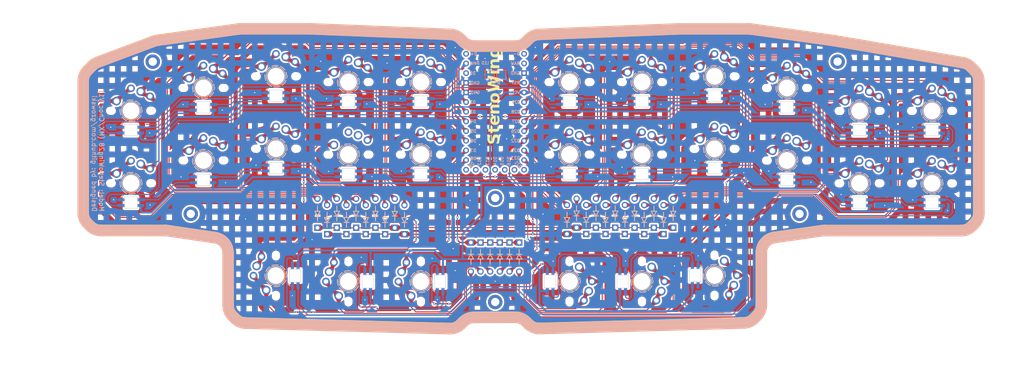
<source format=kicad_pcb>
(kicad_pcb (version 20241229) (generator "pcbnew") (generator_version "9.0")
  (title_block (title "Stenowing") (date "2024-10-05") (rev "1.0") (company "Gzowski.co.uk"))
  (layers (0 "F.Cu" signal) (2 "B.Cu" signal) (13 "F.Paste" user) (15 "B.Paste" user) (5 "F.SilkS" user "F.Silkscreen") (7 "B.SilkS" user "B.Silkscreen") (1 "F.Mask" user) (3 "B.Mask" user) (25 "Edge.Cuts" user))
  (net 0 "")
  (net 1 "GND")
  (net 2 "Net-(LED1-DOUT)")
  (net 3 "LED_D_IN")
  (net 4 "Net-(LED2-DOUT)")
  (net 5 "Net-(LED3-DOUT)")
  (net 6 "Net-(LED4-DOUT)")
  (net 7 "Net-(LED5-DOUT)")
  (net 8 "Net-(LED6-DOUT)")
  (net 9 "Net-(LED7-DOUT)")
  (net 10 "Net-(LED8-DOUT)")
  (net 11 "Net-(LED10-DIN)")
  (net 12 "Net-(LED10-DOUT)")
  (net 13 "Net-(LED11-DOUT)")
  (net 14 "Net-(LED12-DOUT)")
  (net 15 "Net-(LED13-DOUT)")
  (net 16 "Net-(LED14-DOUT)")
  (net 17 "Net-(LED15-DOUT)")
  (net 18 "Net-(LED16-DOUT)")
  (net 19 "Net-(LED17-DOUT)")
  (net 20 "Net-(LED18-DOUT)")
  (net 21 "Net-(LED19-DOUT)")
  (net 22 "Net-(LED20-DOUT)")
  (net 23 "Net-(LED21-DOUT)")
  (net 24 "Net-(LED22-DOUT)")
  (net 25 "vsys")
  (net 26 "Col_1")
  (net 27 "Col_2")
  (net 28 "Col_3")
  (net 29 "Col_4")
  (net 30 "Col_11")
  (net 31 "col_10")
  (net 32 "col_9")
  (net 33 "col_8")
  (net 34 "col_7")
  (net 35 "col_6")
  (net 36 "col_5")
  (net 37 "SW_D1")
  (net 38 "SW_D2")
  (net 39 "SW_D3")
  (net 40 "SW_D4")
  (net 41 "SW_D5")
  (net 42 "SW_D6")
  (net 43 "SW_D7")
  (net 44 "SW_D8")
  (net 45 "SW_D9")
  (net 46 "SW_D10")
  (net 47 "SW_D11")
  (net 48 "SW_D12")
  (net 49 "SW_D13")
  (net 50 "SW_D14")
  (net 51 "SW_D15")
  (net 52 "SW_D16")
  (net 53 "SW_D17")
  (net 54 "SW_D18")
  (net 55 "SW_D19")
  (net 56 "SW_D20")
  (net 57 "SW_D21")
  (net 58 "SW_D22")
  (net 59 "SW_D23")
  (net 60 "SW_D24")
  (net 61 "SW_D25")
  (net 62 "SW_D26")
  (net 63 "SW_D27")
  (net 64 "SW_D28")
  (net 65 "row_1")
  (net 66 "row_2")
  (net 67 "row_3")
  (net 68 "RST")
  (net 69 "led23-out")
  (net 70 "led24-out")
  (net 71 "led25-out")
  (net 72 "led26-out")
  (net 73 "led27-out")
  (footprint "Button_Switch_Keyboard:SW_Cherry_Choc5_MX_1.00u_PCB_circle_3d_1.25u" (layer "F.Cu") (at 202.73696 150.829215 -90)
    (property "Reference" "SW29" (hide yes))
    (property "Value" "Blank" (hide yes))
  )
  (footprint "Button_Switch_Keyboard:SW_Cherry_Choc5_MX_1.00u_PCB_circle_3d_1.25u" (layer "F.Cu") (at 77.302737 145.806349 90)
    (property "Reference" "SW23" (hide yes))
    (property "Value" "Blank" (hide yes))
  )
  (footprint "" (layer "F.Cu") (at 230.01 92.09)
    (property "Reference" "2")
    (property "Value" "")
  )
  (footprint "Button_Switch_Keyboard:SW_Cherry_Choc5_MX_1.00u_PCB_circle_3d_1u" (layer "F.Cu") (at 238.329861 99.974632)
    (property "Reference" "SW11" (hide yes))
    (property "Value" "Blank" (hide yes))
  )
  (footprint "Diode_THT:Diode_remake3_3d" (layer "F.Cu") (at 93.3 131.95 -90)
    (property "Reference" "1" (hide yes))
    (property "Value" "")
  )
  (footprint "Button_Switch_Keyboard:SW_Cherry_Choc5_MX_1.00u_PCB_circle_3d_1u" (layer "F.Cu") (at 257.365014 119.010422)
    (property "Reference" "SW22" (hide yes))
    (property "Value" "Blank" (hide yes))
  )
  (footprint "Diode_THT:Diode_remake3_3d" (layer "F.Cu") (at 113.62 131.97 -90)
    (property "Reference" "1" (hide yes))
    (property "Value" "")
  )
  (footprint "" (layer "F.Cu") (at 50.01 92.11)
    (property "Reference" "")
    (property "Value" "")
  )
  (footprint "Button_Switch_Keyboard:SW_Cherry_Choc5_MX_1.00u_PCB_circle_3d_1u" (layer "F.Cu") (at 103.986915 92.390156)
    (property "Reference" "SW4" (hide yes))
    (property "Value" "Blank" (hide yes))
  )
  (footprint "Diode_THT:Diode_remake3_3d" (layer "F.Cu") (at 141.24 143.45 90)
    (property "Reference" "1" (hide yes))
    (property "Value" "")
  )
  (footprint "Diode_THT:Diode_remake3_3d" (layer "F.Cu") (at 98.38 131.95 -90)
    (property "Reference" "1" (hide yes))
    (property "Value" "")
  )
  (footprint "" (layer "F.Cu") (at 60 132.11)
    (property "Reference" "")
    (property "Value" "")
  )
  (footprint "Diode_THT:Diode_remake3_3d" (layer "F.Cu") (at 169.01621 133.59193 -90)
    (property "Reference" "1" (hide yes))
    (property "Value" "")
  )
  (footprint "Button_Switch_Keyboard:SW_Cherry_Choc5_MX_1.00u_PCB_circle_3d_1u" (layer "F.Cu") (at 65.887886 93.929998)
    (property "Reference" "SW2" (hide yes))
    (property "Value" "Blank" (hide yes))
  )
  (footprint "Button_Switch_Keyboard:SW_Cherry_Choc5_MX_1.00u_PCB_circle_3d_1u" (layer "F.Cu") (at 46.840009 118.980003)
    (property "Reference" "SW12" (hide yes))
    (property "Value" "Blank" (hide yes))
  )
  (footprint "Diode_THT:Diode_remake3_3d" (layer "F.Cu") (at 181.72621 131.93193 -90)
    (property "Reference" "1" (hide yes))
    (property "Value" "")
  )
  (footprint "Diode_THT:Diode_remake3_3d" (layer "F.Cu") (at 184.25621 133.61193 -90)
    (property "Reference" "1" (hide yes))
    (property "Value" "")
  )
  (footprint "Diode_THT:Diode_remake3_3d" (layer "F.Cu") (at 166.48621 131.91193 -90)
    (property "Reference" "1" (hide yes))
    (property "Value" "")
  )
  (footprint "Diode_THT:Diode_remake3_3d" (layer "F.Cu") (at 143.78 143.45 90)
    (property "Reference" "1" (hide yes))
    (property "Value" "")
  )
  (footprint "Button_Switch_Keyboard:SW_Cherry_Choc5_MX_1.00u_PCB_circle_3d_1u" (layer "F.Cu") (at 84.94 90.869998)
    (property "Reference" "SW3" (hide yes))
    (property "Value" "Blank" (hide yes))
  )
  (footprint "Button_Switch_Keyboard:SW_Cherry_Choc5_MX_1.00u_PCB_circle_3d_1u" (layer "F.Cu") (at 200.193736 109.944255)
    (property "Reference" "SW19" (hide yes))
    (property "Value" "Blank" (hide yes))
  )
  (footprint "Button_Switch_Keyboard:SW_Cherry_Choc5_MX_1.00u_PCB_circle_3d_1u" (layer "F.Cu") (at 219.243728 93.942262)
    (property "Reference" "SW9" (hide yes))
    (property "Value" "Blank" (hide yes))
  )
  (footprint "Button_Switch_Keyboard:SW_Cherry_Choc5_MX_1.00u_PCB_circle_3d_1u" (layer "F.Cu") (at 123.029998 92.39)
    (property "Reference" "SW5" (hide yes))
    (property "Value" "Blank" (hide yes))
  )
  (footprint "Diode_THT:Diode_remake3_3d" (layer "F.Cu") (at 103.46 131.95 -90)
    (property "Reference" "1" (hide yes))
    (property "Value" "")
  )
  (footprint "Button_Switch_Keyboard:SW_Cherry_Choc5_MX_1.00u_PCB_circle_3d_1u" (layer "F.Cu") (at 65.887877 112.979995)
    (property "Reference" "SW13" (hide yes))
    (property "Value" "Blank" (hide yes))
  )
  (footprint "Diode_THT:Diode_remake3_3d" (layer "F.Cu") (at 133.62 143.45 90)
    (property "Reference" "1" (hide yes))
    (property "Value" "")
  )
  (footprint "Button_Switch_Keyboard:SW_Cherry_Choc5_MX_1.00u_PCB_circle_3d_1u" (layer "F.Cu") (at 181.137382 111.458116)
    (property "Reference" "SW18" (hide yes))
    (property "Value" "Blank" (hide yes))
  )
  (footprint "Diode_THT:Diode_remake3_3d" (layer "F.Cu") (at 136.16 143.45 90)
    (property "Reference" "1" (hide yes))
    (property "Value" "")
  )
  (footprint "Diode_THT:Diode_remake3_3d" (layer "F.Cu") (at 163.93621 133.59193 -90)
    (property "Reference" "1" (hide yes))
    (property "Value" "")
  )
  (footprint "Diode_THT:Diode_remake3_3d" (layer "F.Cu") (at 161.40621 131.91193 -90)
    (property "Reference" "1" (hide yes))
    (property "Value" "")
  )
  (footprint "Button_Switch_Keyboard:SW_Cherry_Choc5_MX_1.00u_PCB_circle_3d_1u" (layer "F.Cu") (at 238.307288 118.998489)
    (property "Reference" "SW21" (hide yes))
    (property "Value" "Blank" (hide yes))
  )
  (footprint "Button_Switch_Keyboard:SW_Cherry_Choc5_MX_1.00u_PCB_circle_3d_1u" (layer "F.Cu") (at 257.365018 99.960418)
    (property "Reference" "SW11" (hide yes))
    (property "Value" "Blank" (hide yes))
  )
  (footprint "" (layer "F.Cu") (at 220 132.12)
    (property "Reference" "3")
    (property "Value" "")
  )
  (footprint "Diode_THT:Diode_remake3_3d" (layer "F.Cu") (at 158.88621 133.59193 -90)
    (property "Reference" "1" (hide yes))
    (property "Value" "")
  )
  (footprint "Diode_THT:Diode_remake3_3d" (layer "F.Cu") (at 146.32 143.45 90)
    (property "Reference" "1" (hide yes))
    (property "Value" "")
  )
  (footprint "Diode_THT:Diode_remake3_3d" (layer "F.Cu") (at 100.92 133.616 -90)
    (property "Reference" "1" (hide yes))
    (property "Value" "")
  )
  (footprint "Button_Switch_Keyboard:SW_Cherry_Choc5_MX_1.00u_PCB_circle_3d_1u" (layer "F.Cu") (at 162.085013 111.444996)
    (property "Reference" "SW17" (hide yes))
    (property "Value" "Blank" (hide yes))
  )
  (footprint "footprints:Frood_PinHeader_2x13+5_P2.54mm_Labels_Top" (layer "F.Cu") (at 139.99 90.04)
    (property "Reference" "mcu" (hide yes))
    (property "Value" "" (hide yes))
  )
  (footprint "Button_Switch_Keyboard:SW_Cherry_Choc5_MX_1.00u_PCB_circle_3d_1u" (layer "F.Cu") (at 46.84 99.929998)
    (property "Reference" "SW1" (hide yes))
    (property "Value" "Blank" (hide yes))
  )
  (footprint "Button_Switch_Keyboard:SW_Cherry_Choc5_MX_1.00u_PCB_circle_3d_1.25u" (layer "F.Cu") (at 164.616174 152.409137 -90)
    (property "Reference" "SW27" (hide yes))
    (property "Value" "Blank" (hide yes))
  )
  (footprint "" (layer "F.Cu") (at 140.02 155.28)
    (property "Reference" "")
    (property "Value" "")
  )
  (footprint "Button_Switch_Keyboard:SW_Cherry_Choc5_MX_1.00u_PCB_circle_3d_1u" (layer "F.Cu") (at 103.980568 111.452852)
    (property "Reference" "SW15" (hide yes))
    (property "Value" "Blank" (hide yes))
  )
  (footprint "Diode_THT:Diode_remake3_3d" (layer "F.Cu") (at 174.09621 133.59193 -90)
    (property "Reference" "1" (hide yes))
    (property "Value" "")
  )
  (footprint "Diode_THT:Diode_remake3_3d" (layer "F.Cu") (at 95.84 133.616 -90)
    (property "Reference" "1" (hide yes))
    (property "Value" "")
  )
  (footprint "Button_Switch_Keyboard:SW_Cherry_Choc5_MX_1.00u_PCB_circle_3d_1u" (layer "F.Cu") (at 123.023646 111.452696)
    (property "Reference" "SW16" (hide yes))
    (property "Value" "Blank" (hide yes))
  )
  (footprint "Button_Switch_Keyboard:SW_Cherry_Choc5_MX_1.00u_PCB_circle_3d_1u" (layer "F.Cu") (at 162.085001 92.394998)
    (property "Reference" "SW6" (hide yes))
    (property "Value" "Blank" (hide yes))
  )
  (footprint "Button_Switch_Keyboard:SW_Cherry_Choc5_MX_1.00u_PCB_circle_3d_1u" (layer "F.Cu") (at 181.143739 92.395419)
    (property "Reference" "SW7" (hide yes))
    (property "Value" "Blank" (hide yes))
  )
  (footprint "Button_Switch_Keyboard:SW_Cherry_Choc5_MX_1.00u_PCB_circle_3d_1.25u" (layer "F.Cu") (at 115.399998 147.35 90)
    (property "Reference" "SW25" (hide yes))
    (property "Value" "Blank" (hide yes))
  )
  (footprint "Diode_THT:Diode_remake3_3d" (layer "F.Cu") (at 176.64621 131.93193 -90)
    (property "Reference" "1" (hide yes))
    (property "Value" "")
  )
  (footprint "Diode_THT:Diode_remake3_3d" (layer "F.Cu") (at 111.08 133.636 -90)
    (property "Reference" "1" (hide yes))
    (property "Value" "")
  )
  (footprint "Diode_THT:Diode_remake3_3d" (layer "F.Cu") (at 106 133.616 -90)
    (property "Reference" "1" (hide yes))
    (property "Value" "")
  )
  (footprint "Button_Switch_Keyboard:SW_Cherry_Choc5_MX_1.00u_PCB_circle_3d_1.25u" (layer "F.Cu") (at 96.352699 147.346349 90)
    (property "Reference" "SW24" (hide yes))
    (property "Value" "Blank" (hide yes))
  )
  (footprint "Diode_THT:Diode_remake3_3d" (layer "F.Cu") (at 108.54 131.95 -90)
    (property "Reference" "1" (hide yes))
    (property "Value" "")
  )
  (footprint "Diode_THT:Diode_remake3_3d" (layer "F.Cu") (at 186.80621 131.94193 -90)
    (property "Reference" "1" (hide yes))
    (property "Value" "")
  )
  (footprint "Diode_THT:Diode_remake3_3d" (layer "F.Cu") (at 138.7 143.45 90)
    (property "Reference" "1" (hide yes))
    (property "Value" "")
  )
  (footprint "" (layer "F.Cu") (at 140.02 127.93)
    (property "Reference" "")
    (property "Value" "")
  )
  (footprint "Button_Switch_Keyboard:SW_Cherry_Choc5_MX_1.00u_PCB_circle_3d_1.25u" (layer "F.Cu") (at 183.672316 152.414071 -90)
    (property "Reference" "SW28" (hide yes))
    (property "Value" "Blank" (hide yes))
  )
  (footprint "Button_Switch_Keyboard:PlateFP_" (layer "F.Cu") (at 138.88 121.15)
    (property "Reference" "REF**" (hide yes))
    (property "Value" "PlateFP_" (hide yes))
  )
  (footprint "Button_Switch_Keyboard:SW_Cherry_Choc5_MX_1.00u_PCB_circle_3d_1u" (layer "F.Cu") (at 84.946347 109.907303)
    (property "Reference" "SW14" (hide yes))
    (property "Value" "Blank" (hide yes))
  )
  (footprint "Button_Switch_Keyboard:SW_Cherry_Choc5_MX_1.00u_PCB_circle_3d_1u" (layer "F.Cu") (at 200.200084 90.881568)
    (property "Reference" "SW8" (hide yes))
    (property "Value" "Blank" (hide yes))
  )
  (footprint "Diode_THT:Diode_remake3_3d" (layer "F.Cu") (at 179.17621 133.61193 -90)
    (property "Reference" "1" (hide yes))
    (property "Value" "")
  )
  (footprint "Diode_THT:Diode_remake3_3d" (layer "F.Cu") (at 116.16 133.636 -90)
    (property "Reference" "1" (hide yes))
    (property "Value" "")
  )
  (footprint "Diode_THT:Diode_remake3_3d" (layer "F.Cu") (at 171.56621 131.91193 -90)
    (property "Reference" "1" (hide yes))
    (property "Value" "")
  )
  (footprint "Button_Switch_Keyboard:SW_Cherry_Choc5_MX_1.00u_PCB_circle_3d_1u" (layer "F.Cu") (at 219.237377 113.004954)
    (property "Reference" "SW20" (hide yes))
    (property "Value" "Blank" (hide yes))
  )
  (footprint "Stencils:SK6812-MINI-E" (layer "B.Cu") (at 159.551363 121.60193 180)
    (property "Reference" "LED17" (hide yes))
    (property "Value" "SK6803MINI-E-001" (hide yes))
    (fp_line (start 1.7 1.5) (end -1.7 1.5) (stroke (width 0.12)) (layer "Edge.Cuts"))
    (fp_line (start 1.7 -1.5) (end 1.7 1.5) (stroke (width 0.12)) (layer "Edge.Cuts"))
    (fp_line (start -1.7 1.5) (end -1.7 -1.5) (stroke (width 0.12)) (layer "Edge.Cuts"))
    (fp_line (start -1.7 -1.5) (end 1.7 -1.5) (stroke (width 0.12)) (layer "Edge.Cuts"))
  )
  (footprint "Stencils:SK6812-MINI-E" (layer "B.Cu") (at 44.273115 110.100261 180)
    (property "Reference" "LED1" (hide yes))
    (property "Value" "SK6803MINI-E-001" (hide yes))
    (fp_line (start 1.7 1.5) (end -1.7 1.5) (stroke (width 0.12)) (layer "Edge.Cuts"))
    (fp_line (start 1.7 -1.5) (end 1.7 1.5) (stroke (width 0.12)) (layer "Edge.Cuts"))
    (fp_line (start -1.7 1.5) (end -1.7 -1.5) (stroke (width 0.12)) (layer "Edge.Cuts"))
    (fp_line (start -1.7 -1.5) (end 1.7 -1.5) (stroke (width 0.12)) (layer "Edge.Cuts"))
  )
  (footprint "Stencils:SK6812-MINI-E" (layer "B.Cu") (at 173.52 149.89 90)
    (property "Reference" "LED27" (hide yes))
    (property "Value" "SK6803MINI-E-001" (hide yes))
    (fp_line (start 1.7 -1.5) (end 1.7 1.5) (stroke (width 0.12)) (layer "Edge.Cuts"))
    (fp_line (start -1.7 -1.5) (end 1.7 -1.5) (stroke (width 0.12)) (layer "Edge.Cuts"))
    (fp_line (start 1.7 1.5) (end -1.7 1.5) (stroke (width 0.12)) (layer "Edge.Cuts"))
    (fp_line (start -1.7 1.5) (end -1.7 -1.5) (stroke (width 0.12)) (layer "Edge.Cuts"))
  )
  (footprint "Stencils:SK6812-MINI-E" (layer "B.Cu") (at 254.818499 129.161122 180)
    (property "Reference" "LED22" (hide yes))
    (property "Value" "SK6803MINI-E-001" (hide yes))
    (fp_line (start 1.7 1.5) (end -1.7 1.5) (stroke (width 0.12)) (layer "Edge.Cuts"))
    (fp_line (start 1.7 -1.5) (end 1.7 1.5) (stroke (width 0.12)) (layer "Edge.Cuts"))
    (fp_line (start -1.7 1.5) (end -1.7 -1.5) (stroke (width 0.12)) (layer "Edge.Cuts"))
    (fp_line (start -1.7 -1.5) (end 1.7 -1.5) (stroke (width 0.12)) (layer "Edge.Cuts"))
  )
  (footprint "Stencils:SK6812-MINI-E" (layer "B.Cu") (at 63.320994 104.106563 180)
    (property "Reference" "LED2" (hide yes))
    (property "Value" "SK6803MINI-E-001" (hide yes))
    (fp_line (start 1.7 1.5) (end -1.7 1.5) (stroke (width 0.12)) (layer "Edge.Cuts"))
    (fp_line (start 1.7 -1.5) (end 1.7 1.5) (stroke (width 0.12)) (layer "Edge.Cuts"))
    (fp_line (start -1.7 1.5) (end -1.7 -1.5) (stroke (width 0.12)) (layer "Edge.Cuts"))
    (fp_line (start -1.7 -1.5) (end 1.7 -1.5) (stroke (width 0.12)) (layer "Edge.Cuts"))
  )
  (footprint "Stencils:SK6812-MINI-E" (layer "B.Cu") (at 120.475413 102.559964 180)
    (property "Reference" "LED5" (hide yes))
    (property "Value" "SK6803MINI-E-001" (hide yes))
    (fp_line (start 1.7 1.5) (end -1.7 1.5) (stroke (width 0.12)) (layer "Edge.Cuts"))
    (fp_line (start 1.7 -1.5) (end 1.7 1.5) (stroke (width 0.12)) (layer "Edge.Cuts"))
    (fp_line (start -1.7 1.5) (end -1.7 -1.5) (stroke (width 0.12)) (layer "Edge.Cuts"))
    (fp_line (start -1.7 -1.5) (end 1.7 -1.5) (stroke (width 0.12)) (layer "Edge.Cuts"))
  )
  (footprint "Stencils:SK6812-MINI-E" (layer "B.Cu") (at 197.654941 101.036194 180)
    (property "Reference" "LED8" (hide yes))
    (property "Value" "SK6803MINI-E-001" (hide yes))
    (fp_line (start 1.7 1.5) (end -1.7 1.5) (stroke (width 0.12)) (layer "Edge.Cuts"))
    (fp_line (start 1.7 -1.5) (end 1.7 1.5) (stroke (width 0.12)) (layer "Edge.Cuts"))
    (fp_line (start -1.7 1.5) (end -1.7 -1.5) (stroke (width 0.12)) (layer "Edge.Cuts"))
    (fp_line (start -1.7 -1.5) (end 1.7 -1.5) (stroke (width 0.12)) (layer "Edge.Cuts"))
  )
  (footprint "Stencils:SK6812-MINI-E" (layer "B.Cu") (at 120.475411 121.609962 180)
    (property "Reference" "LED16" (hide yes))
    (property "Value" "SK6803MINI-E-001" (hide yes))
    (fp_line (start 1.7 1.5) (end -1.7 1.5) (stroke (width 0.12)) (layer "Edge.Cuts"))
    (fp_line (start 1.7 -1.5) (end 1.7 1.5) (stroke (width 0.12)) (layer "Edge.Cuts"))
    (fp_line (start -1.7 1.5) (end -1.7 -1.5) (stroke (width 0.12)) (layer "Edge.Cuts"))
    (fp_line (start -1.7 -1.5) (end 1.7 -1.5) (stroke (width 0.12)) (layer "Edge.Cuts"))
  )
  (footprint "TestPoint:TestPoint_Pad_2.0x2.0mm" (layer "B.Cu") (at 138.53 95.51)
    (property "Reference" "REF**" (hide yes))
    (property "Value" "TestPoint_Pad_2.0x2.0mm")
  )
  (footprint "Stencils:SK6812-MINI-E" (layer "B.Cu") (at 235.7585 110.101123 180)
    (property "Reference" "LED10" (hide yes))
    (property "Value" "SK6803MINI-E-001" (hide yes))
    (fp_line (start 1.7 1.5) (end -1.7 1.5) (stroke (width 0.12)) (layer "Edge.Cuts"))
    (fp_line (start 1.7 -1.5) (end 1.7 1.5) (stroke (width 0.12)) (layer "Edge.Cuts"))
    (fp_line (start -1.7 1.5) (end -1.7 -1.5) (stroke (width 0.12)) (layer "Edge.Cuts"))
    (fp_line (start -1.7 -1.5) (end 1.7 -1.5) (stroke (width 0.12)) (layer "Edge.Cuts"))
  )
  (footprint "Stencils:SK6812-MINI-E" (layer "B.Cu") (at 101.438671 102.546417 180)
    (property "Reference" "LED4" (hide yes))
    (property "Value" "SK6803MINI-E-001" (hide yes))
    (fp_line (start 1.7 1.5) (end -1.7 1.5) (stroke (width 0.12)) (layer "Edge.Cuts"))
    (fp_line (start 1.7 -1.5) (end 1.7 1.5) (stroke (width 0.12)) (layer "Edge.Cuts"))
    (fp_line (start -1.7 1.5) (end -1.7 -1.5) (stroke (width 0.12)) (layer "Edge.Cuts"))
    (fp_line (start -1.7 -1.5) (end 1.7 -1.5) (stroke (width 0.12)) (layer "Edge.Cuts"))
  )
  (footprint "Stencils:SK6812-MINI-E" (layer "B.Cu") (at 44.298116 129.15026 180)
    (property "Reference" "LED12" (hide yes))
    (property "Value" "SK6803MINI-E-001" (hide yes))
    (fp_line (start 1.7 1.5) (end -1.7 1.5) (stroke (width 0.12)) (layer "Edge.Cuts"))
    (fp_line (start 1.7 -1.5) (end 1.7 1.5) (stroke (width 0.12)) (layer "Edge.Cuts"))
    (fp_line (start -1.7 1.5) (end -1.7 -1.5) (stroke (width 0.12)) (layer "Edge.Cuts"))
    (fp_line (start -1.7 -1.5) (end 1.7 -1.5) (stroke (width 0.12)) (layer "Edge.Cuts"))
  )
  (footprint "Stencils:SK6812-MINI-E" (layer "B.Cu") (at 254.8185 110.121123 180)
    (property "Reference" "LED11" (hide yes))
    (property "Value" "SK6803MINI-E-001" (hide yes))
    (fp_line (start 1.7 1.5) (end -1.7 1.5) (stroke (width 0.12)) (layer "Edge.Cuts"))
    (fp_line (start 1.7 -1.5) (end 1.7 1.5) (stroke (width 0.12)) (layer "Edge.Cuts"))
    (fp_line (start -1.7 1.5) (end -1.7 -1.5) (stroke (width 0.12)) (layer "Edge.Cuts"))
    (fp_line (start -1.7 -1.5) (end 1.7 -1.5) (stroke (width 0.12)) (layer "Edge.Cuts"))
  )
  (footprint "Stencils:SK6812-MINI-E" (layer "B.Cu") (at 197.644938 120.096196 180)
    (property "Reference" "LED19" (hide yes))
    (property "Value" "SK6803MINI-E-001" (hide yes))
    (fp_line (start 1.7 1.5) (end -1.7 1.5) (stroke (width 0.12)) (layer "Edge.Cuts"))
    (fp_line (start 1.7 -1.5) (end 1.7 1.5) (stroke (width 0.12)) (layer "Edge.Cuts"))
    (fp_line (start -1.7 1.5) (end -1.7 -1.5) (stroke (width 0.12)) (layer "Edge.Cuts"))
    (fp_line (start -1.7 -1.5) (end 1.7 -1.5) (stroke (width 0.12)) (layer "Edge.Cuts"))
  )
  (footprint "Stencils:SK6812-MINI-E" (layer "B.Cu") (at 235.758498 129.161124 180)
    (property "Reference" "LED21" (hide yes))
    (property "Value" "SK6803MINI-E-001" (hide yes))
    (fp_line (start 1.7 1.5) (end -1.7 1.5) (stroke (width 0.12)) (layer "Edge.Cuts"))
    (fp_line (start 1.7 -1.5) (end 1.7 1.5) (stroke (width 0.12)) (layer "Edge.Cuts"))
    (fp_line (start -1.7 1.5) (end -1.7 -1.5) (stroke (width 0.12)) (layer "Edge.Cuts"))
    (fp_line (start -1.7 -1.5) (end 1.7 -1.5) (stroke (width 0.12)) (layer "Edge.Cuts"))
  )
  (footprint "Stencils:SK6812-MINI-E" (layer "B.Cu") (at 216.69494 104.106197 180)
    (property "Reference" "LED9" (hide yes))
    (property "Value" "SK6803MINI-E-001" (hide yes))
    (fp_line (start 1.7 1.5) (end -1.7 1.5) (stroke (width 0.12)) (layer "Edge.Cuts"))
    (fp_line (start 1.7 -1.5) (end 1.7 1.5) (stroke (width 0.12)) (layer "Edge.Cuts"))
    (fp_line (start -1.7 1.5) (end -1.7 -1.5) (stroke (width 0.12)) (layer "Edge.Cuts"))
    (fp_line (start -1.7 -1.5) (end 1.7 -1.5) (stroke (width 0.12)) (layer "Edge.Cuts"))
  )
  (footprint "Stencils:SK6812-MINI-E" (layer "B.Cu") (at 216.68494 123.166197 180)
    (property "Reference" "LED20" (hide yes))
    (property "Value" "SK6803MINI-E-001" (hide yes))
    (fp_line (start 1.7 1.5) (end -1.7 1.5) (stroke (width 0.12)) (layer "Edge.Cuts"))
    (fp_line (start 1.7 -1.5) (end 1.7 1.5) (stroke (width 0.12)) (layer "Edge.Cuts"))
    (fp_line (start -1.7 1.5) (end -1.7 -1.5) (stroke (width 0.12)) (layer "Edge.Cuts"))
    (fp_line (start -1.7 -1.5) (end 1.7 -1.5) (stroke (width 0.12)) (layer "Edge.Cuts"))
  )
  (footprint "Stencils:SK6812-MINI-E" (layer "B.Cu") (at 154.46 149.87 90)
    (property "Reference" "LED26" (hide yes))
    (property "Value" "SK6803MINI-E-001" (hide yes))
    (fp_line (start 1.7 -1.5) (end 1.7 1.5) (stroke (width 0.12)) (layer "Edge.Cuts"))
    (fp_line (start -1.7 -1.5) (end 1.7 -1.5) (stroke (width 0.12)) (layer "Edge.Cuts"))
    (fp_line (start 1.7 1.5) (end -1.7 1.5) (stroke (width 0.12)) (layer "Edge.Cuts"))
    (fp_line (start -1.7 1.5) (end -1.7 -1.5) (stroke (width 0.12)) (layer "Edge.Cuts"))
  )
  (footprint "Stencils:SK6812-MINI-E" (layer "B.Cu") (at 87.455 148.34 -90)
    (property "Reference" "LED23" (hide yes))
    (property "Value" "SK6803MINI-E-001" (hide yes))
    (fp_line (start -1.7 1.5) (end -1.7 -1.5) (stroke (width 0.12)) (layer "Edge.Cuts"))
    (fp_line (start 1.7 1.5) (end -1.7 1.5) (stroke (width 0.12)) (layer "Edge.Cuts"))
    (fp_line (start -1.7 -1.5) (end 1.7 -1.5) (stroke (width 0.12)) (layer "Edge.Cuts"))
    (fp_line (start 1.7 -1.5) (end 1.7 1.5) (stroke (width 0.12)) (layer "Edge.Cuts"))
  )
  (footprint "Stencils:SK6812-MINI-E" (layer "B.Cu") (at 125.54 149.89 -90)
    (property "Reference" "LED25" (hide yes))
    (property "Value" "SK6803MINI-E-001" (hide yes))
    (fp_line (start -1.7 1.5) (end -1.7 -1.5) (stroke (width 0.12)) (layer "Edge.Cuts"))
    (fp_line (start 1.7 1.5) (end -1.7 1.5) (stroke (width 0.12)) (layer "Edge.Cuts"))
    (fp_line (start -1.7 -1.5) (end 1.7 -1.5) (stroke (width 0.12)) (layer "Edge.Cuts"))
    (fp_line (start 1.7 -1.5) (end 1.7 1.5) (stroke (width 0.12)) (layer "Edge.Cuts"))
  )
  (footprint "Stencils:SK6812-MINI-E" (layer "B.Cu") (at 82.391763 101.027263 180)
    (property "Reference" "LED3" (hide yes))
    (property "Value" "SK6803MINI-E-001" (hide yes))
    (fp_line (start 1.7 1.5) (end -1.7 1.5) (stroke (width 0.12)) (layer "Edge.Cuts"))
    (fp_line (start 1.7 -1.5) (end 1.7 1.5) (stroke (width 0.12)) (layer "Edge.Cuts"))
    (fp_line (start -1.7 1.5) (end -1.7 -1.5) (stroke (width 0.12)) (layer "Edge.Cuts"))
    (fp_line (start -1.7 -1.5) (end 1.7 -1.5) (stroke (width 0.12)) (layer "Edge.Cuts"))
  )
  (footprint "Stencils:SK6812-MINI-E" (layer "B.Cu") (at 82.391762 120.077262 180)
    (property "Reference" "LED14" (hide yes))
    (property "Value" "SK6803MINI-E-001" (hide yes))
    (fp_line (start 1.7 1.5) (end -1.7 1.5) (stroke (width 0.12)) (layer "Edge.Cuts"))
    (fp_line (start 1.7 -1.5) (end 1.7 1.5) (stroke (width 0.12)) (layer "Edge.Cuts"))
    (fp_line (start -1.7 1.5) (end -1.7 -1.5) (stroke (width 0.12)) (layer "Edge.Cuts"))
    (fp_line (start -1.7 -1.5) (end 1.7 -1.5) (stroke (width 0.12)) (layer "Edge.Cuts"))
  )
  (footprint "Stencils:SK6812-MINI-E" (layer "B.Cu") (at 178.594941 121.611348 180)
    (property "Reference" "LED18" (hide yes))
    (property "Value" "SK6803MINI-E-001" (hide yes))
    (fp_line (start 1.7 1.5) (end -1.7 1.5) (stroke (width 0.12)) (layer "Edge.Cuts"))
    (fp_line (start 1.7 -1.5) (end 1.7 1.5) (stroke (width 0.12)) (layer "Edge.Cuts"))
    (fp_line (start -1.7 1.5) (end -1.7 -1.5) (stroke (width 0.12)) (layer "Edge.Cuts"))
    (fp_line (start -1.7 -1.5) (end 1.7 -1.5) (stroke (width 0.12)) (layer "Edge.Cuts"))
  )
  (footprint "Stencils:SK6812-MINI-E" (layer "B.Cu") (at 192.585001 148.3 90)
    (property "Reference" "LED28" (hide yes))
    (property "Value" "SK6803MINI-E-001" (hide yes))
    (fp_line (start 1.7 -1.5) (end 1.7 1.5) (stroke (width 0.12)) (layer "Edge.Cuts"))
    (fp_line (start -1.7 -1.5) (end 1.7 -1.5) (stroke (width 0.12)) (layer "Edge.Cuts"))
    (fp_line (start 1.7 1.5) (end -1.7 1.5) (stroke (width 0.12)) (layer "Edge.Cuts"))
    (fp_line (start -1.7 1.5) (end -1.7 -1.5) (stroke (width 0.12)) (layer "Edge.Cuts"))
  )
  (footprint "Stencils:SK6812-MINI-E" (layer "B.Cu") (at 159.54621 102.55193 180)
    (property "Reference" "LED6" (hide yes))
    (property "Value" "SK6803MINI-E-001" (hide yes))
    (fp_line (start 1.7 1.5) (end -1.7 1.5) (stroke (width 0.12)) (layer "Edge.Cuts"))
    (fp_line (start 1.7 -1.5) (end 1.7 1.5) (stroke (width 0.12)) (layer "Edge.Cuts"))
    (fp_line (start -1.7 1.5) (end -1.7 -1.5) (stroke (width 0.12)) (layer "Edge.Cuts"))
    (fp_line (start -1.7 -1.5) (end 1.7 -1.5) (stroke (width 0.12)) (layer "Edge.Cuts"))
  )
  (footprint "Stencils:SK6812-MINI-E" (layer "B.Cu") (at 106.5 149.89 -90)
    (property "Reference" "LED24" (hide yes))
    (property "Value" "SK6803MINI-E-001" (hide yes))
    (fp_line (start -1.7 1.5) (end -1.7 -1.5) (stroke (width 0.12)) (layer "Edge.Cuts"))
    (fp_line (start 1.7 1.5) (end -1.7 1.5) (stroke (width 0.12)) (layer "Edge.Cuts"))
    (fp_line (start -1.7 -1.5) (end 1.7 -1.5) (stroke (width 0.12)) (layer "Edge.Cuts"))
    (fp_line (start 1.7 -1.5) (end 1.7 1.5) (stroke (width 0.12)) (layer "Edge.Cuts"))
  )
  (footprint "Stencils:SK6812-MINI-E" (layer "B.Cu") (at 101.438672 121.621418 180)
    (property "Reference" "LED15" (hide yes))
    (property "Value" "SK6803MINI-E-001" (hide yes))
    (fp_line (start 1.7 1.5) (end -1.7 1.5) (stroke (width 0.12)) (layer "Edge.Cuts"))
    (fp_line (start 1.7 -1.5) (end 1.7 1.5) (stroke (width 0.12)) (layer "Edge.Cuts"))
    (fp_line (start -1.7 1.5) (end -1.7 -1.5) (stroke (width 0.12)) (layer "Edge.Cuts"))
    (fp_line (start -1.7 -1.5) (end 1.7 -1.5) (stroke (width 0.12)) (layer "Edge.Cuts"))
  )
  (footprint "Stencils:SK6812-MINI-E" (layer "B.Cu") (at 63.345997 123.151562 180)
    (property "Reference" "LED13" (hide yes))
    (property "Value" "SK6803MINI-E-001" (hide yes))
    (fp_line (start 1.7 1.5) (end -1.7 1.5) (stroke (width 0.12)) (layer "Edge.Cuts"))
    (fp_line (start 1.7 -1.5) (end 1.7 1.5) (stroke (width 0.12)) (layer "Edge.Cuts"))
    (fp_line (start -1.7 1.5) (end -1.7 -1.5) (stroke (width 0.12)) (layer "Edge.Cuts"))
    (fp_line (start -1.7 -1.5) (end 1.7 -1.5) (stroke (width 0.12)) (layer "Edge.Cuts"))
  )
  (footprint "TestPoint:TestPoint_Pad_2.0x2.0mm" (layer "B.Cu") (at 141.65 95.52)
    (property "Reference" "RST")
    (property "Value" "TestPoint_Pad_2.0x2.0mm")
  )
  (footprint "Stencils:SK6812-MINI-E" (layer "B.Cu") (at 178.594941 102.551348 180)
    (property "Reference" "LED7" (hide yes))
    (property "Value" "SK6803MINI-E-001" (hide yes))
    (fp_line (start 1.7 1.5) (end -1.7 1.5) (stroke (width 0.12)) (layer "Edge.Cuts"))
    (fp_line (start 1.7 -1.5) (end 1.7 1.5) (stroke (width 0.12)) (layer "Edge.Cuts"))
    (fp_line (start -1.7 1.5) (end -1.7 -1.5) (stroke (width 0.12)) (layer "Edge.Cuts"))
    (fp_line (start -1.7 -1.5) (end 1.7 -1.5) (stroke (width 0.12)) (layer "Edge.Cuts"))
  )
  (gr_arc (start 128.25687 84.957631) (mid 129.701499 85.290185) (end 130.925802 86.126023) (stroke (width 3)) (layer "B.SilkS"))
  (gr_arc (start 265.331788 135.367991) (mid 264.033609 136.235285) (end 262.502307 136.539563) (stroke (width 3)) (layer "B.SilkS"))
  (gr_arc (start 134.474978 88.021169) (mid 132.945762 87.716153) (end 131.649376 86.849597) (stroke (width 3)) (layer "B.SilkS"))
  (gr_arc (start 145.307958 159.323523) (mid 146.84326 159.626362) (end 148.144866 160.495087) (stroke (width 3)) (layer "B.SilkS"))
  (gr_line (start 148.144866 160.495087) (end 148.752333 161.102554) (stroke (width 3)) (layer "B.SilkS"))
  (gr_arc (start 50.366247 86.714591) (mid 50.785738 86.583552) (end 51.21707 86.499315) (stroke (width 3)) (layer "B.SilkS"))
  (gr_arc (start 265.988206 94.418427) (mid 266.855312 95.716118) (end 267.159779 97.246854) (stroke (width 3)) (layer "B.SilkS"))
  (gr_line (start 134.471664 159.346498) (end 145.307958 159.323523) (stroke (width 3)) (layer "B.SilkS"))
  (gr_arc (start 36.385394 136.510876) (mid 34.855795 136.205999) (end 33.559083 135.339304) (stroke (width 3)) (layer "B.SilkS"))
  (gr_line (start 265.988206 94.418427) (end 265.059506 93.489727) (stroke (width 3)) (layer "B.SilkS"))
  (gr_line (start 148.873722 86.136057) (end 148.152522 86.857257) (stroke (width 3)) (layer "B.SilkS"))
  (gr_arc (start 70.981352 158.971573) (mid 70.114261 157.67388) (end 69.809779 156.143146) (stroke (width 3)) (layer "B.SilkS"))
  (gr_line (start 53.918227 136.562429) (end 66.391896 138.397246) (stroke (width 3)) (layer "B.SilkS"))
  (gr_arc (start 209.989779 156.087043) (mid 209.686554 157.614696) (end 208.822908 158.91076) (stroke (width 3)) (layer "B.SilkS"))
  (gr_line (start 69.809779 142.354662) (end 69.809779 156.143146) (stroke (width 3)) (layer "B.SilkS"))
  (gr_arc (start 206.722408 83.51) (mid 206.999114 83.519585) (end 207.274495 83.548283) (stroke (width 3)) (layer "B.SilkS"))
  (gr_line (start 33.559083 135.339304) (end 32.901352 134.681573) (stroke (width 3)) (layer "B.SilkS"))
  (gr_line (start 208.116846 159.619176) (end 208.822908 158.91076) (stroke (width 3)) (layer "B.SilkS"))
  (gr_line (start 145.32127 88.028829) (end 134.474978 88.021169) (stroke (width 3)) (layer "B.SilkS"))
  (gr_line (start 91.65 83.5) (end 73.106006 83.5) (stroke (width 3)) (layer "B.SilkS"))
  (gr_line (start 213.425462 138.350399) (end 225.918515 136.570081) (stroke (width 3)) (layer "B.SilkS"))
  (gr_line (start 226.483886 136.530075) (end 262.502307 136.539563) (stroke (width 3)) (layer "B.SilkS"))
  (gr_arc (start 32.901352 134.681573) (mid 32.034262 133.383879) (end 31.729779 131.853146) (stroke (width 3)) (layer "B.SilkS"))
  (gr_line (start 131.649376 86.849597) (end 130.925802 86.126023) (stroke (width 3)) (layer "B.SilkS"))
  (gr_arc (start 131.651718 160.518061) (mid 132.945491 159.652587) (end 134.471664 159.346498) (stroke (width 3)) (layer "B.SilkS"))
  (gr_line (start 72.556173 83.53797) (end 51.21707 86.499315) (stroke (width 3)) (layer "B.SilkS"))
  (gr_arc (start 31.729779 97.216854) (mid 32.034261 95.68612) (end 32.901352 94.388427) (stroke (width 3)) (layer "B.SilkS"))
  (gr_arc (start 91.65 83.5) (mid 91.729763 83.500794) (end 91.809495 83.503181) (stroke (width 3)) (layer "B.SilkS"))
  (gr_line (start 262.905595 92.375436) (end 229.090847 86.590447) (stroke (width 3)) (layer "B.SilkS"))
  (gr_line (start 188.010105 83.513178) (end 151.542738 84.967662) (stroke (width 3)) (layer "B.SilkS"))
  (gr_line (start 209.989779 156.087043) (end 209.989779 142.310392) (stroke (width 3)) (layer "B.SilkS"))
  (gr_line (start 267.159779 131.883146) (end 267.159779 97.246854) (stroke (width 3)) (layer "B.SilkS"))
  (gr_arc (start 74.402707 160.843309) (mid 72.930604 160.51916) (end 71.682993 159.673214) (stroke (width 3)) (layer "B.SilkS"))
  (gr_arc (start 131.036646 161.133133) (mid 129.688592 162.020697) (end 128.099505 162.303229) (stroke (width 3)) (layer "B.SilkS"))
  (gr_line (start 151.690855 162.272612) (end 205.393812 160.793944) (stroke (width 3)) (layer "B.SilkS"))
  (gr_line (start 128.25687 84.957631) (end 91.809495 83.503181) (stroke (width 3)) (layer "B.SilkS"))
  (gr_line (start 131.036646 161.133133) (end 131.651718 160.518061) (stroke (width 3)) (layer "B.SilkS"))
  (gr_line (start 228.968418 86.571449) (end 207.274495 83.548283) (stroke (width 3)) (layer "B.SilkS"))
  (gr_line (start 74.402707 160.843309) (end 128.099505 162.303229) (stroke (width 3)) (layer "B.SilkS"))
  (gr_arc (start 208.116846 159.619176) (mid 206.868232 160.468261) (end 205.393812 160.793944) (stroke (width 3)) (layer "B.SilkS"))
  (gr_line (start 206.722408 83.51) (end 188.010105 83.513178) (stroke (width 3)) (layer "B.SilkS"))
  (gr_line (start 50.366247 86.714591) (end 35.54337 92.255854) (stroke (width 3)) (layer "B.SilkS"))
  (gr_arc (start 148.152522 86.857257) (mid 146.853524 87.724888) (end 145.32127 88.028829) (stroke (width 3)) (layer "B.SilkS"))
  (gr_arc (start 267.159779 131.883146) (mid 266.855298 133.413881) (end 265.988206 134.711573) (stroke (width 3)) (layer "B.SilkS"))
  (gr_arc (start 53.338226 136.519846) (mid 53.629001 136.530583) (end 53.918227 136.562429) (stroke (width 3)) (layer "B.SilkS"))
  (gr_arc (start 209.989779 142.310392) (mid 210.96842 139.689067) (end 213.425462 138.350399) (stroke (width 3)) (layer "B.SilkS"))
  (gr_arc (start 225.918515 136.570081) (mid 226.200491 136.540054) (end 226.483886 136.530075) (stroke (width 3)) (layer "B.SilkS"))
  (gr_line (start 70.981352 158.971573) (end 71.682993 159.673214) (stroke (width 3)) (layer "B.SilkS"))
  (gr_arc (start 151.690855 162.272612) (mid 150.101035 161.990358) (end 148.752333 161.102554) (stroke (width 3)) (layer "B.SilkS"))
  (gr_arc (start 148.873722 86.136057) (mid 150.098066 85.300208) (end 151.542738 84.967662) (stroke (width 3)) (layer "B.SilkS"))
  (gr_line (start 31.729779 97.216854) (end 31.729779 131.853146) (stroke (width 3)) (layer "B.SilkS"))
  (gr_line (start 265.331788 135.367991) (end 265.988206 134.711573) (stroke (width 3)) (layer "B.SilkS"))
  (gr_arc (start 34.115598 93.174181) (mid 34.780206 92.638402) (end 35.54337 92.255854) (stroke (width 3)) (layer "B.SilkS"))
  (gr_line (start 36.385394 136.510876) (end 53.338226 136.519846) (stroke (width 3)) (layer "B.SilkS"))
  (gr_arc (start 72.556173 83.53797) (mid 72.830435 83.509504) (end 73.106006 83.5) (stroke (width 3)) (layer "B.SilkS"))
  (gr_line (start 34.115598 93.174181) (end 32.901352 94.388427) (stroke (width 3)) (layer "B.SilkS"))
  (gr_arc (start 66.391896 138.397246) (mid 68.837028 139.740132) (end 69.809779 142.354662) (stroke (width 3)) (layer "B.SilkS"))
  (gr_arc (start 262.905595 92.375436) (mid 264.069026 92.765422) (end 265.059506 93.489727) (stroke (width 3)) (layer "B.SilkS"))
  (gr_arc (start 228.968418 86.571449) (mid 229.029706 86.580474) (end 229.090847 86.590447) (stroke (width 3)) (layer "B.SilkS"))
  (gr_line (start 266.108427 94.418427) (end 265.179727 93.489727) (stroke (width 0.05)) (layer "Edge.Cuts"))
  (gr_arc (start 267.28 131.883146) (mid 266.975518 133.41388) (end 266.108427 134.711573) (stroke (width 0.05)) (layer "Edge.Cuts"))
  (gr_line (start 148.265087 160.495087) (end 148.872554 161.102554) (stroke (width 0.05)) (layer "Edge.Cuts"))
  (gr_arc (start 74.522928 160.843309) (mid 73.050825 160.51916) (end 71.803214 159.673214) (stroke (width 0.05)) (layer "Edge.Cuts"))
  (gr_line (start 134.591885 159.346498) (end 145.428179 159.323523) (stroke (width 0.05)) (layer "Edge.Cuts"))
  (gr_line (start 267.28 131.883146) (end 267.28 97.246854) (stroke (width 0.05)) (layer "Edge.Cuts"))
  (gr_arc (start 210.11 156.087043) (mid 209.806776 157.614693) (end 208.943129 158.91076) (stroke (width 0.05)) (layer "Edge.Cuts"))
  (gr_line (start 31.85 97.216854) (end 31.85 131.853146) (stroke (width 0.05)) (layer "Edge.Cuts"))
  (gr_line (start 33.679304 135.339304) (end 33.021573 134.681573) (stroke (width 0.05)) (layer "Edge.Cuts"))
  (gr_arc (start 31.85 97.216854) (mid 32.154482 95.68612) (end 33.021573 94.388427) (stroke (width 0.05)) (layer "Edge.Cuts"))
  (gr_line (start 74.522928 160.843309) (end 128.219726 162.303229) (stroke (width 0.05)) (layer "Edge.Cuts"))
  (gr_line (start 36.505615 136.510876) (end 53.458447 136.519846) (stroke (width 0.05)) (layer "Edge.Cuts"))
  (gr_line (start 265.452009 135.367991) (end 266.108427 134.711573) (stroke (width 0.05)) (layer "Edge.Cuts"))
  (gr_line (start 131.769597 86.849597) (end 131.046023 86.126023) (stroke (width 0.05)) (layer "Edge.Cuts"))
  (gr_line (start 148.993943 86.136057) (end 148.272743 86.857257) (stroke (width 0.05)) (layer "Edge.Cuts"))
  (gr_arc (start 34.235819 93.174181) (mid 34.900426 92.638402) (end 35.663591 92.255854) (stroke (width 0.05)) (layer "Edge.Cuts"))
  (gr_arc (start 131.156867 161.133133) (mid 129.80881 162.020698) (end 128.219726 162.303229) (stroke (width 0.05)) (layer "Edge.Cuts"))
  (gr_line (start 213.545683 138.350399) (end 226.038736 136.570081) (stroke (width 0.05)) (layer "Edge.Cuts"))
  (gr_arc (start 229.088639 86.571449) (mid 229.149927 86.580474) (end 229.211068 86.590447) (stroke (width 0.05)) (layer "Edge.Cuts"))
  (gr_arc (start 131.771939 160.518061) (mid 133.065714 159.652586) (end 134.591885 159.346498) (stroke (width 0.05)) (layer "Edge.Cuts"))
  (gr_line (start 145.441491 88.028829) (end 134.595199 88.021169) (stroke (width 0.05)) (layer "Edge.Cuts"))
  (gr_arc (start 128.377091 84.957631) (mid 129.821721 85.290186) (end 131.046023 86.126023) (stroke (width 0.05)) (layer "Edge.Cuts"))
  (gr_line (start 151.811076 162.272612) (end 205.514033 160.793944) (stroke (width 0.05)) (layer "Edge.Cuts"))
  (gr_arc (start 206.842629 83.51) (mid 207.119335 83.519585) (end 207.394716 83.548283) (stroke (width 0.05)) (layer "Edge.Cuts"))
  (gr_line (start 72.676394 83.53797) (end 51.337291 86.499315) (stroke (width 0.05)) (layer "Edge.Cuts"))
  (gr_line (start 34.235819 93.174181) (end 33.021573 94.388427) (stroke (width 0.05)) (layer "Edge.Cuts"))
  (gr_line (start 128.377091 84.957631) (end 91.929716 83.503181) (stroke (width 0.05)) (layer "Edge.Cuts"))
  (gr_arc (start 53.458447 136.519846) (mid 53.749222 136.530583) (end 54.038448 136.562429) (stroke (width 0.05)) (layer "Edge.Cuts"))
  (gr_line (start 71.101573 158.971573) (end 71.803214 159.673214) (stroke (width 0.05)) (layer "Edge.Cuts"))
  (gr_arc (start 148.993943 86.136057) (mid 150.218287 85.300208) (end 151.662959 84.967662) (stroke (width 0.05)) (layer "Edge.Cuts"))
  (gr_arc (start 72.676394 83.53797) (mid 72.950656 83.509504) (end 73.226227 83.5) (stroke (width 0.05)) (layer "Edge.Cuts"))
  (gr_arc (start 66.512117 138.397246) (mid 68.957248 139.740132) (end 69.93 142.354662) (stroke (width 0.05)) (layer "Edge.Cuts"))
  (gr_arc (start 71.101573 158.971573) (mid 70.234482 157.67388) (end 69.93 156.143146) (stroke (width 0.05)) (layer "Edge.Cuts"))
  (gr_arc (start 226.038736 136.570081) (mid 226.320712 136.540051) (end 226.604107 136.530075) (stroke (width 0.05)) (layer "Edge.Cuts"))
  (gr_line (start 188.130326 83.513178) (end 151.662959 84.967662) (stroke (width 0.05)) (layer "Edge.Cuts"))
  (gr_arc (start 145.428179 159.323523) (mid 146.963483 159.626363) (end 148.265087 160.495087) (stroke (width 0.05)) (layer "Edge.Cuts"))
  (gr_line (start 208.237067 159.619176) (end 208.943129 158.91076) (stroke (width 0.05)) (layer "Edge.Cuts"))
  (gr_line (start 131.156867 161.133133) (end 131.771939 160.518061) (stroke (width 0.05)) (layer "Edge.Cuts"))
  (gr_arc (start 33.021573 134.681573) (mid 32.154483 133.383879) (end 31.85 131.853146) (stroke (width 0.05)) (layer "Edge.Cuts"))
  (gr_arc (start 50.486468 86.714591) (mid 50.905958 86.583552) (end 51.337291 86.499315) (stroke (width 0.05)) (layer "Edge.Cuts"))
  (gr_arc (start 91.770221 83.5) (mid 91.849984 83.500794) (end 91.929716 83.503181) (stroke (width 0.05)) (layer "Edge.Cuts"))
  (gr_line (start 69.93 142.354662) (end 69.93 156.143146) (stroke (width 0.05)) (layer "Edge.Cuts"))
  (gr_arc (start 36.505615 136.510876) (mid 34.976015 136.205998) (end 33.679304 135.339304) (stroke (width 0.05)) (layer "Edge.Cuts"))
  (gr_line (start 91.770221 83.5) (end 73.226227 83.5) (stroke (width 0.05)) (layer "Edge.Cuts"))
  (gr_line (start 229.088639 86.571449) (end 207.394716 83.548283) (stroke (width 0.05)) (layer "Edge.Cuts"))
  (gr_arc (start 148.272743 86.857257) (mid 146.973745 87.724888) (end 145.441491 88.028829) (stroke (width 0.05)) (layer "Edge.Cuts"))
  (gr_arc (start 208.237067 159.619176) (mid 206.988449 160.468262) (end 205.514033 160.793944) (stroke (width 0.05)) (layer "Edge.Cuts"))
  (gr_arc (start 266.108427 94.418427) (mid 266.975518 95.71612) (end 267.28 97.246854) (stroke (width 0.05)) (layer "Edge.Cuts"))
  (gr_line (start 54.038448 136.562429) (end 66.512117 138.397246) (stroke (width 0.05)) (layer "Edge.Cuts"))
  (gr_line (start 210.11 156.087043) (end 210.11 142.310392) (stroke (width 0.05)) (layer "Edge.Cuts"))
  (gr_arc (start 265.452009 135.367991) (mid 264.153829 136.235284) (end 262.622528 136.539563) (stroke (width 0.05)) (layer "Edge.Cuts"))
  (gr_line (start 206.842629 83.51) (end 188.130326 83.513178) (stroke (width 0.05)) (layer "Edge.Cuts"))
  (gr_arc (start 210.11 142.310392) (mid 211.08864 139.689068) (end 213.545683 138.350399) (stroke (width 0.05)) (layer "Edge.Cuts"))
  (gr_line (start 50.486468 86.714591) (end 35.663591 92.255854) (stroke (width 0.05)) (layer "Edge.Cuts"))
  (gr_line (start 226.604107 136.530075) (end 262.622528 136.539563) (stroke (width 0.05)) (layer "Edge.Cuts"))
  (gr_arc (start 151.811076 162.272612) (mid 150.221257 161.990358) (end 148.872554 161.102554) (stroke (width 0.05)) (layer "Edge.Cuts"))
  (gr_arc (start 263.025816 92.375436) (mid 264.189254 92.765414) (end 265.179727 93.489727) (stroke (width 0.05)) (layer "Edge.Cuts"))
  (gr_arc (start 134.595199 88.021169) (mid 133.065982 87.716153) (end 131.769597 86.849597) (stroke (width 0.05)) (layer "Edge.Cuts"))
  (gr_line (start 263.025816 92.375436) (end 229.211068 86.590447) (stroke (width 0.05)) (layer "Edge.Cuts"))
  (gr_text "StenoWing" (at 141.61 113.96 90) (layer "F.SilkS") (effects (font (size 3 3) (thickness 0.2) (bold yes)) (justify left bottom)))
  (gr_text "Model: StenoWing28 (MX/Choc V1)\nDesigned by: github.com/gzowski\n" (at 33.93 131.64 270) (layer "B.SilkS") (effects (font (size 1.2 1.2) (thickness 0.2) (bold yes)) (justify left bottom mirror)))
  (via (at 192.49 118.08) (size 0.5) (drill 0.3) (layers "F.Cu" "B.Cu") (net 1))
  (via (at 68.31 104.82) (size 0.5) (drill 0.3) (layers "F.Cu" "B.Cu") (net 1))
  (via (at 94.15 92.01) (size 0.5) (drill 0.3) (layers "F.Cu" "B.Cu") (net 1))
  (via (at 242.39 129.89) (size 0.5) (drill 0.3) (layers "F.Cu" "B.Cu") (net 1))
  (via (at 230.92 127.03) (size 0.5) (drill 0.3) (layers "F.Cu" "B.Cu") (net 1))
  (via (at 91.89 138.87) (size 0.5) (drill 0.3) (layers "F.Cu" "B.Cu") (net 1))
  (via (at 168.19 147.34) (size 0.5) (drill 0.3) (layers "F.Cu" "B.Cu") (net 1))
  (via (at 166.92 122.26) (size 0.5) (drill 0.3) (layers "F.Cu" "B.Cu") (net 1))
  (via (at 231.34 109.351123) (size 0.5) (drill 0.3) (layers "F.Cu" "B.Cu") (net 1))
  (via (at 249.738877 109.371123) (size 0.5) (drill 0.3) (layers "F.Cu" "B.Cu") (net 1))
  (via (at 106.26 103.21) (size 0.5) (drill 0.3) (layers "F.Cu" "B.Cu") (net 1))
  (via (at 57.99 103.37) (size 0.5) (drill 0.3) (layers "F.Cu" "B.Cu") (net 1))
  (via (at 173.35 119.81) (size 0.5) (drill 0.3) (layers "F.Cu" "B.Cu") (net 1))
  (via (at 39.7 128.41) (size 0.5) (drill 0.3) (layers "F.Cu" "B.Cu") (net 1))
  (via (at 140 149.83) (size 0.5) (drill 0.3) (layers "F.Cu" "B.Cu") (net 1))
  (via (at 222.99 123.82) (size 0.5) (drill 0.3) (layers "F.Cu" "B.Cu") (net 1))
  (via (at 69.14 123.92) (size 0.5) (drill 0.3) (layers "F.Cu" "B.Cu") (net 1))
  (via (at 152.57 132.17) (size 0.5) (drill 0.3) (layers "F.Cu" "B.Cu") (net 1))
  (via (at 150.57 88.37) (size 0.5) (drill 0.3) (layers "F.Cu" "B.Cu") (net 1))
  (via (at 249.76 128.44) (size 0.5) (drill 0.3) (layers "F.Cu" "B.Cu") (net 1))
  (via (at 49.21 110.84) (size 0.5) (drill 0.3) (layers "F.Cu" "B.Cu") (net 1))
  (via (at 86.7 153.61) (size 0.5) (drill 0.3) (layers "F.Cu" "B.Cu") (net 1))
  (via (at 38.97 109.33) (size 0.5) (drill 0.3) (layers "F.Cu" "B.Cu") (net 1))
  (via (at 111.6 92.48) (size 0.5) (drill 0.3) (layers "F.Cu" "B.Cu") (net 1))
  (via (at 170.09 92.1) (size 0.5) (drill 0.3) (layers "F.Cu" "B.Cu") (net 1))
  (via (at 96.22 120.94) (size 0.5) (drill 0.3) (layers "F.Cu" "B.Cu") (net 1))
  (via (at 77.15 119.33) (size 0.5) (drill 0.3) (layers "F.Cu" "B.Cu") (net 1))
  (via (at 115.37 120.85) (size 0.5) (drill 0.3) (layers "F.Cu" "B.Cu") (net 1))
  (via (at 143.01 112.38) (size 0.5) (drill 0.3) (layers "F.Cu" "B.Cu") (net 1))
  (via (at 202.6 101.76) (size 0.5) (drill 0.3) (layers "F.Cu" "B.Cu") (net 1))
  (via (at 88.3 120.86) (size 0.5) (drill 0.3) (layers "F.Cu" "B.Cu") (net 1))
  (via (at 241.15 110.91) (size 0.5) (drill 0.3) (layers "F.Cu" "B.Cu") (net 1))
  (via (at 125.36 122.47) (size 0.5) (drill 0.3) (layers "F.Cu" "B.Cu") (net 1))
  (via (at 210.98 103.33) (size 0.5) (drill 0.3) (layers "F.Cu" "B.Cu") (net 1))
  (via (at 154.31 101.8) (size 0.5) (drill 0.3) (layers "F.Cu" "B.Cu") (net 1))
  (via (at 133.41 128.57) (size 0.5) (drill 0.3) (layers "F.Cu" "B.Cu") (net 1))
  (via (at 192.27 100.34) (size 0.5) (drill 0.3) (layers "F.Cu" "B.Cu") (net 1))
  (via (at 129.51 88.4) (size 0.5) (drill 0.3) (layers "F.Cu" "B.Cu") (net 1))
  (via (at 74.4 133.44) (size 0.5) (drill 0.3) (layers "F.Cu" "B.Cu") (net 1))
  (via (at 57.43 122.4) (size 0.5) (drill 0.3) (layers "F.Cu" "B.Cu") (net 1))
  (via (at 129.48 147.02) (size 0.5) (drill 0.3) (layers "F.Cu" "B.Cu") (net 1))
  (via (at 128.97 141.25) (size 0.5) (drill 0.3) (layers "F.Cu" "B.Cu") (net 1))
  (via (at 173.1 101.8) (size 0.5) (drill 0.3) (layers "F.Cu" "B.Cu") (net 1))
  (via (at 193.35 143.13) (size 0.5) (drill 0.3) (layers "F.Cu" "B.Cu") (net 1))
  (via (at 164.5 103.37) (size 0.5) (drill 0.3) (layers "F.Cu" "B.Cu") (net 1))
  (via (at 258.95 112.4) (size 0.5) (drill 0.3) (layers "F.Cu" "B.Cu") (net 1))
  (via (at 135.24 100.2) (size 0.5) (drill 0.3) (layers "F.Cu" "B.Cu") (net 1))
  (via (at 202.15 120.83) (size 0.5) (drill 0.3) (layers "F.Cu" "B.Cu") (net 1))
  (via (at 115.06 101.82) (size 0.5) (drill 0.3) (layers "F.Cu" "B.Cu") (net 1))
  (via (at 137.34 91.24) (size 0.5) (drill 0.3) (layers "F.Cu" "B.Cu") (net 1))
  (via (at 125.46 103.26) (size 0.5) (drill 0.3) (layers "F.Cu" "B.Cu") (net 1))
  (via (at 186.64 122.37) (size 0.5) (drill 0.3) (layers "F.Cu" "B.Cu") (net 1))
  (via (at 135.91 113.93) (size 0.5) (drill 0.3) (layers "F.Cu" "B.Cu") (net 1))
  (via (at 104.83 143.53) (size 0.5) (drill 0.3) (layers "F.Cu" "B.Cu") (net 1))
  (via (at 174.27 144.49) (size 0.5) (drill 0.3) (layers "F.Cu" "B.Cu") (net 1))
  (via (at 211.91 120.86) (size 0.5) (drill 0.3) (layers "F.Cu" "B.Cu") (net 1))
  (via (at 155.24 144.56) (size 0.5) (drill 0.3) (layers "F.Cu" "B.Cu") (net 1))
  (via (at 154.74 119.73) (size 0.5) (drill 0.3) (layers "F.Cu" "B.Cu") (net 1))
  (via (at 205.34 121.28) (size 0.5) (drill 0.3) (layers "F.Cu" "B.Cu") (net 1))
  (via (at 200.6 135.08) (size 0.5) (drill 0.3) (layers "F.Cu" "B.Cu") (net 1))
  (via (at 123.43 143.81) (size 0.5) (drill 0.3) (layers "F.Cu" "B.Cu") (net 1))
  (via (at 105.76 154.69) (size 0.5) (drill 0.3) (layers "F.Cu" "B.Cu") (net 1))
  (via (at 221.65 104.87) (size 0.5) (drill 0.3) (layers "F.Cu" "B.Cu") (net 1))
  (via (at 87.62 101.81) (size 0.5) (drill 0.3) (layers "F.Cu" "B.Cu") (net 1))
  (via (at 187.15 145.79) (size 0.5) (drill 0.3) (layers "F.Cu" "B.Cu") (net 1))
  (via (at 107.61 122.31) (size 0.5) (drill 0.3) (layers "F.Cu" "B.Cu") (net 1))
  (via (at 76.8 100.25) (size 0.5) (drill 0.3) (layers "F.Cu" "B.Cu") (net 1))
  (via (at 49.32 129.79) (size 0.5) (drill 0.3) (layers "F.Cu" "B.Cu") (net 1))
  (via (at 124.8 154.61) (size 0.5) (drill 0.3) (layers "F.Cu" "B.Cu") (net 1))
  (via (at 95.69 101.82) (size 0.5) (drill 0.3) (layers "F.Cu" "B.Cu") (net 1))
  (via (at 258.89 131.26) (size 0.5) (drill 0.3) (layers "F.Cu" "B.Cu") (net 1))
  (via (at 183.55 103.32) (size 0.5) (drill 0.3) (layers "F.Cu" "B.Cu") (net 1))
  (segment (start 86.7 153.61) (end 86.7 150.895) (width 0.3) (layer "B.Cu") (net 1))
  (segment (start 214.14494 103.356197) (end 211.006197 103.356197) (width 0.25) (layer "B.Cu") (net 1))
  (segment (start 79.841763 100.277263) (end 76.827263 100.277263) (width 0.25) (layer "B.Cu") (net 1))
  (segment (start 98.888671 101.796417) (end 95.713583 101.796417) (width 0.25) (layer "B.Cu") (net 1))
  (segment (start 58.003437 103.356563) (end 57.99 103.37) (width 0.25) (layer "B.Cu") (net 1))
  (segment (start 41.723115 109.350261) (end 38.990261 109.350261) (width 0.3) (layer "B.Cu") (net 1))
  (segment (start 154.31193 101.80193) (end 154.31 101.8) (width 0.25) (layer "B.Cu") (net 1))
  (segment (start 115.37 120.85) (end 115.95 120.85) (width 0.25) (layer "B.Cu") (net 1))
  (segment (start 155.21 144.59) (end 155.24 144.56) (width 0.3) (layer "B.Cu") (net 1))
  (segment (start 154.74 120.35) (end 154.74 119.73) (width 0.25) (layer "B.Cu") (net 1))
  (segment (start 195.104941 100.286194) (end 192.323806 100.286194) (width 0.25) (layer "B.Cu") (net 1))
  (segment (start 60.770994 103.356563) (end 58.003437 103.356563) (width 0.25) (layer "B.Cu") (net 1))
  (segment (start 193.335001 143.144999) (end 193.35 143.13) (width 0.3) (layer "B.Cu") (net 1))
  (segment (start 124.79 154.6) (end 124.79 152.44) (width 0.3) (layer "B.Cu") (net 1))
  (segment (start 176.044941 101.801348) (end 173.101348 101.801348) (width 0.25) (layer "B.Cu") (net 1))
  (segment (start 136.35 97.66) (end 138.5 95.51) (width 0.3) (layer "B.Cu") (net 1))
  (segment (start 233.208498 128.411124) (end 231.631124 128.411124) (width 0.25) (layer "B.Cu") (net 1))
  (segment (start 57.431562 122.401562) (end 57.43 122.4) (width 0.25) (layer "B.Cu") (net 1))
  (segment (start 138.53 95.51) (end 138.57 95.55) (width 0.3) (layer "B.Cu") (net 1))
  (segment (start 157.001363 120.85193) (end 155.24193 120.85193) (width 0.25) (layer "B.Cu") (net 1))
  (segment (start 173.821348 120.861348) (end 173.35 120.39) (width 0.25) (layer "B.Cu") (net 1))
  (segment (start 138.57 95.55) (end 139.12 95.55) (width 0.3) (layer "B.Cu") (net 1))
  (segment (start 230.92 127.7) (end 230.92 127.03) (width 0.25) (layer "B.Cu") (net 1))
  (segment (start 193.066196 119.346196) (end 192.49 118.77) (width 0.25) (layer "B.Cu") (net 1))
  (segment (start 156.50621 101.80193) (end 156.49621 101.79193) (width 0.3) (layer "B.Cu") (net 1))
  (segment (start 231.631124 128.411124) (end 230.92 127.7) (width 0.25) (layer "B.Cu") (net 1))
  (segment (start 96.288582 120.871418) (end 96.22 120.94) (width 0.25) (layer "B.Cu") (net 1))
  (segment (start 193.335001 145.75) (end 193.335001 143.144999) (width 0.3) (layer "B.Cu") (net 1))
  (segment (start 95.713583 101.796417) (end 95.69 101.82) (width 0.25) (layer "B.Cu") (net 1))
  (segment (start 212.566197 122.416197) (end 211.91 121.76) (width 0.25) (layer "B.Cu") (net 1))
  (segment (start 60.795997 122.401562) (end 57.431562 122.401562) (width 0.25) (layer "B.Cu") (net 1))
  (segment (start 192.49 118.77) (end 192.49 118.08) (width 0.25) (layer "B.Cu") (net 1))
  (segment (start 231.34 109.351123) (end 233.2085 109.351123) (width 0.25) (layer "B.Cu") (net 1))
  (segment (start 115.959962 120.859962) (end 117.925411 120.859962) (width 0.25) (layer "B.Cu") (net 1))
  (segment (start 77.152738 119.327262) (end 77.15 119.33) (width 0.25) (layer "B.Cu") (net 1))
  (segment (start 105.76 152.45) (end 105.75 152.44) (width 0.3) (layer "B.Cu") (net 1))
  (segment (start 249.738877 109.371123) (end 252.2685 109.371123) (width 0.25) (layer "B.Cu") (net 1))
  (segment (start 132.37 97.66) (end 136.35 97.66) (width 0.3) (layer "B.Cu") (net 1))
  (segment (start 252.268499 128.411122) (end 249.788878 128.411122) (width 0.25) (layer "B.Cu") (net 1))
  (segment (start 156.50621 101.80193) (end 156.99621 101.80193) (width 0.3) (layer "B.Cu") (net 1))
  (segment (start 195.094938 119.346196) (end 193.066196 119.346196) (width 0.25) (layer "B.Cu") (net 1))
  (segment (start 176.044941 120.861348) (end 173.821348 120.861348) (width 0.25) (layer "B.Cu") (net 1))
  (segment (start 124.8 154.61) (end 124.79 154.6) (width 0.3) (layer "B.Cu") (net 1))
  (segment (start 155.21 147.32) (end 155.21 144.59) (width 0.3) (layer "B.Cu") (net 1))
  (segment (start 156.99621 101.80193) (end 154.31193 101.80193) (width 0.25) (layer "B.Cu") (net 1))
  (segment (start 214.13494 122.416197) (end 212.566197 122.416197) (width 0.25) (layer "B.Cu") (net 1))
  (segment (start 173.101348 101.801348) (end 173.1 101.8) (width 0.25) (layer "B.Cu") (net 1))
  (segment (start 211.91 121.76) (end 211.91 120.86) (width 0.25) (layer "B.Cu") (net 1))
  (segment (start 192.323806 100.286194) (end 192.27 100.34) (width 0.25) (layer "B.Cu") (net 1))
  (segment (start 174.27 144.49) (end 174.27 147.34) (width 0.3) (layer "B.Cu") (net 1))
  (segment (start 117.925413 101.809964) (end 115.070036 101.809964) (width 0.25) (layer "B.Cu") (net 1))
  (segment (start 211.006197 103.356197) (end 210.98 103.33) (width 0.25) (layer "B.Cu") (net 1))
  (segment (start 86.7 150.895) (end 86.705 150.89) (width 0.3) (layer "B.Cu") (net 1))
  (segment (start 79.841762 119.327262) (end 77.152738 119.327262) (width 0.25) (layer "B.Cu") (net 1))
  (segment (start 39.7 128.41) (end 39.70974 128.40026) (width 0.3) (layer "B.Cu") (net 1))
  (segment (start 105.76 154.69) (end 105.76 152.45) (width 0.3) (layer "B.Cu") (net 1))
  (segment (start 138.5 95.51) (end 138.53 95.51) (width 0.3) (layer "B.Cu") (net 1))
  (segment (start 132.37 100.2) (end 135.24 100.2) (width 0.25) (layer "B.Cu") (net 1))
  (segment (start 115.95 120.85) (end 115.959962 120.859962) (width 0.25) (layer "B.Cu") (net 1))
  (segment (start 115.070036 101.809964) (end 115.06 101.82) (width 0.25) (layer "B.Cu") (net 1))
  (segment (start 249.788878 128.411122) (end 249.76 128.44) (width 0.25) (layer "B.Cu") (net 1))
  (segment (start 98.888672 120.871418) (end 96.288582 120.871418) (width 0.25) (layer "B.Cu") (net 1))
  (segment (start 173.35 120.39) (end 173.35 119.81) (width 0.25) (layer "B.Cu") (net 1))
  (segment (start 76.827263 100.277263) (end 76.8 100.25) (width 0.25) (layer "B.Cu") (net 1))
  (segment (start 38.990261 109.350261) (end 38.97 109.33) (width 0.3) (layer "B.Cu") (net 1))
  (segment (start 39.70974 128.40026) (end 41.748116 128.40026) (width 0.3) (layer "B.Cu") (net 1))
  (segment (start 155.24193 120.85193) (end 154.74 120.35) (width 0.25) (layer "B.Cu") (net 1))
  (segment (start 60.770994 104.856563) (end 55.843437 104.856563) (width 0.3) (layer "B.Cu") (net 2))
  (segment (start 55.843437 104.856563) (end 51.349739 109.350261) (width 0.3) (layer "B.Cu") (net 2))
  (segment (start 51.349739 109.350261) (end 46.823115 109.350261) (width 0.3) (layer "B.Cu") (net 2))
  (segment (start 36.95 108.5) (end 36.95 109.55) (width 0.3) (layer "B.Cu") (net 3))
  (segment (start 130.441 96.459) (end 126.65 100.25) (width 0.3) (layer "B.Cu") (net 3))
  (segment (start 36.95 109.55) (end 38.250261 110.850261) (width 0.3) (layer "B.Cu") (net 3))
  (segment (start 95 100.25) (end 93.5 98.75) (width 0.3) (layer "B.Cu") (net 3))
  (segment (start 57.4 101.85) (end 51.45 107.8) (width 0.3) (layer "B.Cu") (net 3))
  (segment (start 51.45 107.8) (end 37.65 107.8) (width 0.3) (layer "B.Cu") (net 3))
  (segment (start 70.7 101.85) (end 57.4 101.85) (width 0.3) (layer "B.Cu") (net 3))
  (segment (start 73.8 98.75) (end 70.7 101.85) (width 0.3) (layer "B.Cu") (net 3))
  (segment (start 37.65 107.8) (end 36.95 108.5) (width 0.3) (layer "B.Cu") (net 3))
  (segment (start 130.441 96.459) (end 130.441 94.509) (width 0.3) (layer "B.Cu") (net 3))
  (segment (start 130.441 94.509) (end 132.37 92.58) (width 0.3) (layer "B.Cu") (net 3))
  (segment (start 38.250261 110.850261) (end 41.723115 110.850261) (width 0.3) (layer "B.Cu") (net 3))
  (segment (start 93.5 98.75) (end 73.8 98.75) (width 0.3) (layer "B.Cu") (net 3))
  (segment (start 126.65 100.25) (end 95 100.25) (width 0.3) (layer "B.Cu") (net 3))
  (segment (start 72.072737 101.777263) (end 70.45 103.4) (width 0.3) (layer "B.Cu") (net 4))
  (segment (start 70.406563 103.356563) (end 65.870994 103.356563) (width 0.3) (layer "B.Cu") (net 4))
  (segment (start 79.841763 101.777263) (end 72.072737 101.777263) (width 0.3) (layer "B.Cu") (net 4))
  (segment (start 70.45 103.4) (end 70.406563 103.356563) (width 0.3) (layer "B.Cu") (net 4))
  (segment (start 89.327263 100.277263) (end 84.941763 100.277263) (width 0.3) (layer "B.Cu") (net 5))
  (segment (start 92.346417 103.296417) (end 89.327263 100.277263) (width 0.3) (layer "B.Cu") (net 5))
  (segment (start 98.888671 103.296417) (end 92.346417 103.296417) (width 0.3) (layer "B.Cu") (net 5))
  (segment (start 109.909964 103.309964) (end 108.396417 101.796417) (width 0.3) (layer "B.Cu") (net 6))
  (segment (start 117.925413 103.309964) (end 109.909964 103.309964) (width 0.3) (layer "B.Cu") (net 6))
  (segment (start 108.396417 101.796417) (end 103.988671 101.796417) (width 0.3) (layer "B.Cu") (net 6))
  (segment (start 150 98.93) (end 129.37 98.93) (width 0.3) (layer "B.Cu") (net 7))
  (segment (start 154.37193 103.30193) (end 150 98.93) (width 0.3) (layer "B.Cu") (net 7))
  (segment (start 126.490036 101.809964) (end 123.025413 101.809964) (width 0.3) (layer "B.Cu") (net 7))
  (segment (start 156.99621 103.30193) (end 154.37193 103.30193) (width 0.3) (layer "B.Cu") (net 7))
  (segment (start 129.37 98.93) (end 126.490036 101.809964) (width 0.3) (layer "B.Cu") (net 7))
  (segment (start 166.69621 101.79193) (end 166.68621 101.80193) (width 0.3) (layer "B.Cu") (net 8))
  (segment (start 176.044941 103.301348) (end 168.205628 103.301348) (width 0.3) (layer "B.Cu") (net 8))
  (segment (start 166.68621 101.80193) (end 162.09621 101.80193) (width 0.3) (layer "B.Cu") (net 8))
  (segment (start 168.205628 103.301348) (end 166.69621 101.79193) (width 0.3) (layer "B.Cu") (net 8))
  (segment (start 195.104941 101.786194) (end 181.160095 101.786194) (width 0.3) (layer "B.Cu") (net 9))
  (segment (start 195.089787 101.801348) (end 195.104941 101.786194) (width 0.5) (layer "B.Cu") (net 9))
  (segment (start 181.160095 101.786194) (end 181.144941 101.801348) (width 0.3) (layer "B.Cu") (net 9))
  (segment (start 214.14494 104.856197) (end 209.210477 104.856197) (width 0.3) (layer "B.Cu") (net 10))
  (segment (start 209.210477 104.856197) (end 204.640474 100.286194) (width 0.3) (layer "B.Cu") (net 10))
  (segment (start 204.640474 100.286194) (end 200.204941 100.286194) (width 0.3) (layer "B.Cu") (net 10))
  (segment (start 223.64621 103.34193) (end 223.631943 103.356197) (width 0.3) (layer "B.Cu") (net 11))
  (segment (start 223.631943 103.356197) (end 219.24494 103.356197) (width 0.3) (layer "B.Cu") (net 11))
  (segment (start 233.2085 110.851123) (end 231.155403 110.851123) (width 0.3) (layer "B.Cu") (net 11))
  (segment (start 231.155403 110.851123) (end 223.64621 103.34193) (width 0.3) (layer "B.Cu") (net 11))
  (segment (start 242.637017 109.351123) (end 238.3085 109.351123) (width 0.3) (layer "B.Cu") (net 12))
  (segment (start 244.175403 110.871123) (end 242.64621 109.34193) (width 0.3) (layer "B.Cu") (net 12))
  (segment (start 252.2685 110.871123) (end 244.175403 110.871123) (width 0.3) (layer "B.Cu") (net 12))
  (segment (start 242.64621 109.34193) (end 242.637017 109.351123) (width 0.3) (layer "B.Cu") (net 12))
  (segment (start 142.64 106.55) (end 142.64807 106.54193) (width 0.3) (layer "F.Cu") (net 13))
  (segment (start 136.03 106.55) (end 142.64 106.55) (width 0.3) (layer "F.Cu") (net 13))
  (segment (start 136.03 106.55) (end 136.08 106.6) (width 0.3) (layer "F.Cu") (net 13))
  (via (at 142.64807 106.54193) (size 0.5) (drill 0.3) (layers "F.Cu" "B.Cu") (net 13))
  (via (at 136.03 106.55) (size 0.5) (drill 0.3) (layers "F.Cu" "B.Cu") (net 13))
  (segment (start 187.84621 104.39193) (end 204.29621 104.39193) (width 0.3) (layer "B.Cu") (net 13))
  (segment (start 142.64807 106.54193) (end 185.69621 106.54193) (width 0.3) (layer "B.Cu") (net 13))
  (segment (start 260.22 110.2) (end 259.41193 109.39193) (width 0.3) (layer "B.Cu") (net 13))
  (segment (start 90.65 106.05) (end 89.1 104.5) (width 0.3) (layer "B.Cu") (net 13))
  (segment (start 38.27 127.66) (end 38.27 129.19) (width 0.3) (layer "B.Cu") (net 13))
  (segment (start 259.33807 113.89193) (end 260.22 113.01) (width 0.3) (layer "B.Cu") (net 13))
  (segment (start 229.49621 113.89193) (end 259.33807 113.89193) (width 0.3) (layer "B.Cu") (net 13))
  (segment (start 204.29621 104.39193) (end 207.29621 107.39193) (width 0.3) (layer "B.Cu") (net 13))
  (segment (start 257.389307 109.39193) (end 257.3685 109.371123) (width 0.3) (layer "B.Cu") (net 13))
  (segment (start 185.69621 106.54193) (end 187.84621 104.39193) (width 0.3) (layer "B.Cu") (net 13))
  (segment (start 260.22 113.01) (end 260.22 110.2) (width 0.3) (layer "B.Cu") (net 13))
  (segment (start 222.99621 107.39193) (end 229.49621 113.89193) (width 0.3) (layer "B.Cu") (net 13))
  (segment (start 124.75 106.05) (end 90.65 106.05) (width 0.3) (layer "B.Cu") (net 13))
  (segment (start 38.98026 129.90026) (end 41.748116 129.90026) (width 0.3) (layer "B.Cu") (net 13))
  (segment (start 89.1 104.5) (end 73.8 104.5) (width 0.3) (layer "B.Cu") (net 13))
  (segment (start 49.70074 126.99926) (end 38.93074 126.99926) (width 0.3) (layer "B.Cu") (net 13))
  (segment (start 51.65 112.65) (end 51.65 125.05) (width 0.3) (layer "B.Cu") (net 13))
  (segment (start 70.75 107.55) (end 56.75 107.55) (width 0.3) (layer "B.Cu") (net 13))
  (segment (start 125.25 106.55) (end 124.75 106.05) (width 0.3) (layer "B.Cu") (net 13))
  (segment (start 38.27 129.19) (end 38.98026 129.90026) (width 0.3) (layer "B.Cu") (net 13))
  (segment (start 56.75 107.55) (end 51.65 112.65) (width 0.3) (layer "B.Cu") (net 13))
  (segment (start 73.8 104.5) (end 70.75 107.55) (width 0.3) (layer "B.Cu") (net 13))
  (segment (start 259.41193 109.39193) (end 257.389307 109.39193) (width 0.3) (layer "B.Cu") (net 13))
  (segment (start 38.93074 126.99926) (end 38.27 127.66) (width 0.3) (layer "B.Cu") (net 13))
  (segment (start 207.29621 107.39193) (end 222.99621 107.39193) (width 0.3) (layer "B.Cu") (net 13))
  (segment (start 51.65 125.05) (end 49.70074 126.99926) (width 0.3) (layer "B.Cu") (net 13))
  (segment (start 136.03 106.55) (end 125.25 106.55) (width 0.3) (layer "B.Cu") (net 13))
  (segment (start 51.54974 128.40026) (end 56.048438 123.901562) (width 0.3) (layer "B.Cu") (net 14))
  (segment (start 46.848116 128.40026) (end 51.54974 128.40026) (width 0.3) (layer "B.Cu") (net 14))
  (segment (start 56.048438 123.901562) (end 60.795997 123.901562) (width 0.3) (layer "B.Cu") (net 14))
  (segment (start 73.922738 120.827262) (end 79.841762 120.827262) (width 0.3) (layer "B.Cu") (net 15))
  (segment (start 72.348438 122.401562) (end 73.922738 120.827262) (width 0.3) (layer "B.Cu") (net 15))
  (segment (start 65.895997 122.401562) (end 72.348438 122.401562) (width 0.3) (layer "B.Cu") (net 15))
  (segment (start 84.941762 119.327262) (end 91.377262 119.327262) (width 0.3) (layer "B.Cu") (net 16))
  (segment (start 91.377262 119.327262) (end 94.421418 122.371418) (width 0.3) (layer "B.Cu") (net 16))
  (segment (start 94.421418 122.371418) (end 98.888672 122.371418) (width 0.3) (layer "B.Cu") (net 16))
  (segment (start 111.871418 120.871418) (end 113.359962 122.359962) (width 0.3) (layer "B.Cu") (net 17))
  (segment (start 113.359962 122.359962) (end 117.925411 122.359962) (width 0.3) (layer "B.Cu") (net 17))
  (segment (start 103.988672 120.871418) (end 111.871418 120.871418) (width 0.3) (layer "B.Cu") (net 17))
  (segment (start 139.97 122.34) (end 138.7 122.34) (width 0.3) (layer "F.Cu") (net 18))
  (segment (start 138.68 122.36) (end 137.48 122.36) (width 0.3) (layer "F.Cu") (net 18))
  (segment (start 138.7 122.34) (end 138.68 122.36) (width 0.3) (layer "F.Cu") (net 18))
  (via (at 139.97 122.34) (size 0.5) (drill 0.3) (layers "F.Cu" "B.Cu") (net 18))
  (via (at 137.48 122.36) (size 0.5) (drill 0.3) (layers "F.Cu" "B.Cu") (net 18))
  (segment (start 152.59428 122.34) (end 152.60621 122.35193) (width 0.3) (layer "B.Cu") (net 18))
  (segment (start 139.97 122.34) (end 152.59428 122.34) (width 0.3) (layer "B.Cu") (net 18))
  (segment (start 127.2 122.35) (end 125.709962 120.859962) (width 0.3) (layer "B.Cu") (net 18))
  (segment (start 137.48 122.36) (end 137.47 122.35) (width 0.3) (layer "B.Cu") (net 18))
  (segment (start 137.47 122.35) (end 127.2 122.35) (width 0.3) (layer "B.Cu") (net 18))
  (segment (start 125.709962 120.859962) (end 123.025411 120.859962) (width 0.3) (layer "B.Cu") (net 18))
  (segment (start 152.60621 122.35193) (end 157.001363 122.35193) (width 0.3) (layer "B.Cu") (net 18))
  (segment (start 171.665628 122.361348) (end 176.044941 122.361348) (width 0.3) (layer "B.Cu") (net 19))
  (segment (start 162.101363 120.85193) (end 170.15621 120.85193) (width 0.3) (layer "B.Cu") (net 19))
  (segment (start 170.15621 120.85193) (end 171.665628 122.361348) (width 0.3) (layer "B.Cu") (net 19))
  (segment (start 195.079786 120.861348) (end 195.094938 120.846196) (width 0.3) (layer "B.Cu") (net 20))
  (segment (start 181.144941 120.861348) (end 195.079786 120.861348) (width 0.3) (layer "B.Cu") (net 20))
  (segment (start 181.160093 120.846196) (end 181.144941 120.861348) (width 0.5) (layer "B.Cu") (net 20))
  (segment (start 212.471943 123.916197) (end 207.901942 119.346196) (width 0.3) (layer "B.Cu") (net 21))
  (segment (start 214.13494 123.916197) (end 212.471943 123.916197) (width 0.3) (layer "B.Cu") (net 21))
  (segment (start 207.901942 119.346196) (end 200.194938 119.346196) (width 0.3) (layer "B.Cu") (net 21))
  (segment (start 233.208498 129.911124) (end 231.165404 129.911124) (width 0.3) (layer "B.Cu") (net 22))
  (segment (start 231.165404 129.911124) (end 223.670477 122.416197) (width 0.3) (layer "B.Cu") (net 22))
  (segment (start 223.670477 122.416197) (end 219.23494 122.416197) (width 0.3) (layer "B.Cu") (net 22))
  (segment (start 247.865402 129.911122) (end 246.365404 128.411124) (width 0.3) (layer "B.Cu") (net 23))
  (segment (start 252.268499 129.911122) (end 247.865402 129.911122) (width 0.3) (layer "B.Cu") (net 23))
  (segment (start 246.365404 128.411124) (end 238.308498 128.411124) (width 0.3) (layer "B.Cu") (net 23))
  (segment (start 207.06 134.92) (end 215.06 126.92) (width 0.3) (layer "B.Cu") (net 24))
  (segment (start 202.24 158.71) (end 207.06 153.89) (width 0.3) (layer "B.Cu") (net 24))
  (segment (start 259.35 132.6) (end 260.19 131.76) (width 0.3) (layer "B.Cu") (net 24))
  (segment (start 145.681 151.741) (end 152.65 158.71) (width 0.3) (layer "B.Cu") (net 24))
  (segment (start 88.205 156.145) (end 90.75 158.69) (width 0.3) (layer "B.Cu") (net 24))
  (segment (start 90.75 158.69) (end 127.38 158.69) (width 0.3) (layer "B.Cu") (net 24))
  (segment (start 260.19 129.39) (end 259.211122 128.411122) (width 0.3) (layer "B.Cu") (net 24))
  (segment (start 127.38 158.69) (end 134.329 151.741) (width 0.3) (layer "B.Cu") (net 24))
  (segment (start 259.211122 128.411122) (end 257.368499 128.411122) (width 0.3) (layer "B.Cu") (net 24))
  (segment (start 215.06 126.92) (end 224.46 126.92) (width 0.3) (layer "B.Cu") (net 24))
  (segment (start 88.205 150.89) (end 88.205 156.145) (width 0.3) (layer "B.Cu") (net 24))
  (segment (start 224.46 126.92) (end 230.14 132.6) (width 0.3) (layer "B.Cu") (net 24))
  (segment (start 260.19 131.76) (end 260.19 129.39) (width 0.3) (layer "B.Cu") (net 24))
  (segment (start 207.06 153.89) (end 207.06 134.92) (width 0.3) (layer "B.Cu") (net 24))
  (segment (start 134.329 151.741) (end 145.681 151.741) (width 0.3) (layer "B.Cu") (net 24))
  (segment (start 152.65 158.71) (end 202.24 158.71) (width 0.3) (layer "B.Cu") (net 24))
  (segment (start 230.14 132.6) (end 259.35 132.6) (width 0.3) (layer "B.Cu") (net 24))
  (segment (start 151.66 152.35) (end 151.73 152.42) (width 0.5) (layer "B.Cu") (net 25))
  (segment (start 221.09621 106.49193) (end 219.25 106.49193) (width 0.5) (layer "B.Cu") (net 25))
  (segment (start 172.77 156.46) (end 172.77 152.44) (width 0.5) (layer "B.Cu") (net 25))
  (segment (start 128.19 105.1) (end 123.1 105.1) (width 0.5) (layer "B.Cu") (net 25))
  (segment (start 181.144941 124.04193) (end 181.144941 122.361348) (width 0.5) (layer "B.Cu") (net 25))
  (segment (start 225.021477 125.417197) (end 218.29621 125.417197) (width 0.5) (layer "B.Cu") (net 25))
  (segment (start 151.66 146.92) (end 151.66 151.332074) (width 0.5) (layer "B.Cu") (net 25))
  (segment (start 126.29 144) (end 124.02 141.73) (width 0.5) (layer "B.Cu") (net 25))
  (segment (start 131.43 104.01) (end 129.28 104.01) (width 0.5) (layer "B.Cu") (net 25))
  (segment (start 47.26 112.7) (end 46.823115 112.263115) (width 0.5) (layer "B.Cu") (net 25))
  (segment (start 149.43 100.2) (end 147.61 100.2) (width 0.5) (layer "B.Cu") (net 25))
  (segment (start 147.61 100.2) (end 142.6 100.2) (width 0.5) (layer "B.Cu") (net 25))
  (segment (start 123.1 105.1) (end 104.95 105.1) (width 0.5) (layer "B.Cu") (net 25))
  (segment (start 238.35 112.84193) (end 238.3085 112.80043) (width 0.5) (layer "B.Cu") (net 25))
  (segment (start 231.016404 131.412124) (end 225.021477 125.417197) (width 0.5) (layer "B.Cu") (net 25))
  (segment (start 103.988672 122.371418) (end 103.99 122.372746) (width 0.5) (layer "B.Cu") (net 25))
  (segment (start 182.04621 105.19193) (end 163.14621 105.19193) (width 0.5) (layer "B.Cu") (net 25))
  (segment (start 70.35 106.65) (end 66.7 106.65) (width 0.5) (layer "B.Cu") (net 25))
  (segment (start 138.7 104.15) (end 138.7 119.95) (width 0.5) (layer "B.Cu") (net 25))
  (segment (start 107.25 147.34) (end 107.25 141.8) (width 0.5) (layer "B.Cu") (net 25))
  (segment (start 219.25 104.861257) (end 219.24494 104.856197) (width 0.5) (layer "B.Cu") (net 25))
  (segment (start 151.73 152.42) (end 153.71 152.42) (width 0.5) (layer "B.Cu") (net 25))
  (segment (start 88.205 143.135) (end 88.205 145.79) (width 0.5) (layer "B.Cu") (net 25))
  (segment (start 154.42193 105.19193) (end 149.43 100.2) (width 0.5) (layer "B.Cu") (net 25))
  (segment (start 218.29621 125.417197) (end 207.521477 125.417197) (width 0.5) (layer "B.Cu") (net 25))
  (segment (start 104.95 105.1) (end 90.95 105.1) (width 0.5) (layer "B.Cu") (net 25))
  (segment (start 163.14621 105.19193) (end 162.09621 105.19193) (width 0.5) (layer "B.Cu") (net 25))
  (segment (start 131.44 137.4) (end 131.44 144) (width 0.5) (layer "B.Cu") (net 25))
  (segment (start 65.870994 104.856563) (end 65.870994 106.65) (width 0.5) (layer "B.Cu") (net 25))
  (segment (start 129.28 104.01) (end 128.19 105.1) (width 0.5) (layer "B.Cu") (net 25))
  (segment (start 238.3085 112.80043) (end 238.3085 110.851123) (width 0.5) (layer "B.Cu") (net 25))
  (segment (start 171.56 157.67) (end 172.77 156.46) (width 0.5) (layer "B.Cu") (net 25))
  (segment (start 103.99 122.372746) (end 103.99 123.96193) (width 0.5) (layer "B.Cu") (net 25))
  (segment (start 239.99621 112.84193) (end 238.35 112.84193) (width 0.5) (layer "B.Cu") (net 25))
  (segment (start 199.04621 122.49193) (end 200.194938 122.49193) (width 0.5) (layer "B.Cu") (net 25))
  (segment (start 84.941762 122.45) (end 84.941762 120.827262) (width 0.5) (layer "B.Cu") (net 25))
  (segment (start 200.24 103.48193) (end 200.24 101.821253) (width 0.5) (layer "B.Cu") (net 25))
  (segment (start 123.025411 123.977341) (end 123.09 124.04193) (width 0.5) (layer "B.Cu") (net 25))
  (segment (start 86 103.55) (end 73.45 103.55) (width 0.5) (layer "B.Cu") (net 25))
  (segment (start 257.177878 131.412122) (end 257.368499 131.221501) (width 0.5) (layer "B.Cu") (net 25))
  (segment (start 138.7 124.03193) (end 138.69 124.04193) (width 0.5) (layer "B.Cu") (net 25))
  (segment (start 123.025413 105.025413) (end 123.1 105.1) (width 0.5) (layer "B.Cu") (net 25))
  (segment (start 138.79 104.01) (end 133.46 104.01) (width 0.5) (layer "B.Cu") (net 25))
  (segment (start 181.144941 103.301348) (end 181.144941 105.146871) (width 0.5) (layer "B.Cu") (net 25))
  (segment (start 65.895997 125.8) (end 67.1 125.8) (width 0.5) (layer "B.Cu") (net 25))
  (segment (start 138.7 124.03193) (end 138.7 121.09) (width 0.5) (layer "B.Cu") (net 25))
  (segment (start 200.24 101.821253) (end 200.204941 101.786194) (width 0.5) (layer "B.Cu") (net 25))
  (segment (start 201.54621 103.59193) (end 200.13 103.59193) (width 0.5) (layer "B.Cu") (net 25))
  (segment (start 142.6 100.2) (end 138.79 104.01) (width 0.5) (layer "B.Cu") (net 25))
  (segment (start 89.61 141.73) (end 88.205 143.135) (width 0.5) (layer "B.Cu") (net 25))
  (segment (start 47.26 131.75) (end 49.65 131.75) (width 0.5) (layer "B.Cu") (net 25))
  (segment (start 103.988671 105.1) (end 104.95 105.1) (width 0.5) (layer "B.Cu") (net 25))
  (segment (start 123.025411 122.359962) (end 123.025411 123.977341) (width 0.5) (layer "B.Cu") (net 25))
  (segment (start 107.25 141.8) (end 107.32 141.73) (width 0.5) (layer "B.Cu") (net 25))
  (segment (start 219.25 106.49193) (end 219.25 104.861257) (width 0.5) (layer "B.Cu") (net 25))
  (segment (start 191.835001 153.694999) (end 187.86 157.67) (width 0.5) (layer "B.Cu") (net 25))
  (segment (start 153.4 157.67) (end 171 157.67) (width 0.5) (layer "B.Cu") (net 25))
  (segment (start 223.49621 106.49193) (end 221.09621 106.49193) (width 0.5) (layer "B.Cu") (net 25))
  (segment (start 187.86 157.67) (end 171 157.67) (width 0.5) (layer "B.Cu") (net 25))
  (segment (start 187.19621 103.59193) (end 185.59621 105.19193) (width 0.5) (layer "B.Cu") (net 25))
  (segment (start 191.835001 150.85) (end 191.835001 153.694999) (width 0.5) (layer "B.Cu") (net 25))
  (segment (start 148.74 144) (end 151.66 146.92) (width 0.5) (layer "B.Cu") (net 25))
  (segment (start 151.66 151.332074) (end 151.66 155.93) (width 0.5) (layer "B.Cu") (net 25))
  (segment (start 67.1 125.8) (end 72.85 125.8) (width 0.5) (layer "B.Cu") (net 25))
  (segment (start 46.848116 131.338116) (end 47.26 131.75) (width 0.5) (layer "B.Cu") (net 25))
  (segment (start 207.54621 106.49193) (end 204.64621 103.59193) (width 0.5) (layer "B.Cu") (net 25))
  (segment (start 219.23494 125.417197) (end 219.23494 123.916197) (width 0.5) (layer "B.Cu") (net 25))
  (segment (start 84.941763 101.777263) (end 84.941763 103.55) (width 0.5) (layer "B.Cu") (net 25))
  (segment (start 103.988671 103.296417) (end 103.988671 105.1) (width 0.5) (layer "B.Cu") (net 25))
  (segment (start 181.19 105.19193) (end 182.04621 105.19193) (width 0.5) (layer "B.Cu") (net 25))
  (segment (start 131.43 104.01) (end 138.84 104.01) (width 0.3) (layer "B.Cu") (net 25))
  (segment (start 131.96 144) (end 126.29 144) (width 0.5) (layer "B.Cu") (net 25))
  (segment (start 191.19621 122.49193) (end 199.04621 122.49193) (width 0.5) (layer "B.Cu") (net 25))
  (segment (start 201.54621 103.59193) (end 187.19621 103.59193) (width 0.5) (layer "B.Cu") (net 25))
  (segment (start 185.59621 105.19193) (end 182.04621 105.19193) (width 0.5) (layer "B.Cu") (net 25))
  (segment (start 171 157.67) (end 171.56 157.67) (width 0.5) (layer "B.Cu") (net 25))
  (segment (start 103.99 123.96193) (end 103.91 124.04193) (width 0.5) (layer "B.Cu") (net 25))
  (segment (start 90.95 105.1) (end 89.4 103.55) (width 0.5) (layer "B.Cu") (net 25))
  (segment (start 238.308498 131.412124) (end 237.769572 131.412124) (width 0.5) (layer "B.Cu") (net 25))
  (segment (start 46.749116 129.99926) (end 46.848116 129.90026) (width 0.5) (layer "B.Cu") (net 25))
  (segment (start 151.66 151.332074) (end 151.66 152.35) (width 0.5) (layer "B.Cu") (net 25))
  (segment (start 138.7 124.03193) (end 136.36 124.03193) (width 0.5) (layer "B.Cu") (net 25))
  (segment (start 162.101363 124.04193) (end 162.101363 122.35193) (width 0.5) (layer "B.Cu") (net 25))
  (segment (start 55.6 125.8) (end 67.1 125.8) (width 0.5) (layer "B.Cu") (net 25))
  (segment (start 237.769572 131.412124) (end 231.016404 131.412124) (width 0.5) (layer "B.Cu") (net 25))
  (segment (start 131.96 144) (end 148.74 144) (width 0.5) (layer "B.Cu") (net 25))
  (segment (start 200.194938 122.49193) (end 200.194938 120.846196) (width 0.5) (layer "B.Cu") (net 25))
  (segment (start 162.09621 105.19193) (end 162.09621 103.30193) (width 0.5) (layer "B.Cu") (net 25))
  (segment (start 46.823115 112.263115) (end 46.823115 110.850261) (width 0.5) (layer "B.Cu") (net 25))
  (segment (start 136.36 124.03193) (end 136.36 132.48) (width 0.5) (layer "B.Cu") (net 25))
  (segment (start 189.64621 124.04193) (end 191.19621 122.49193) (width 0.5) (layer "B.Cu") (net 25))
  (segment (start 207.521477 125.417197) (end 204.59621 122.49193) (width 0.5) (layer "B.Cu") (net 25))
  (segment (start 160.74621 124.04193) (end 138.69 124.04193) (width 0.5) (layer "B.Cu") (net 25))
  (segment (start 160.74621 124.04193) (end 179.79621 124.04193) (width 0.5) (layer "B.Cu") (net 25))
  (segment (start 131.44 144) (end 131.96 144) (width 0.5) (layer "B.Cu") (net 25))
  (segment (start 126.29 144.03) (end 126.26 144) (width 0.5) (layer "B.Cu") (net 25))
  (segment (start 65.895997 123.901562) (end 65.895997 125.8) (width 0.5) (layer "B.Cu") (net 25))
  (segment (start 65.870994 106.65) (end 66.7 106.65) (width 0.5) (layer "B.Cu") (net 25))
  (segment (start 204.59621 122.49193) (end 199.04621 122.49193) (width 0.5) (layer "B.Cu") (net 25))
  (segment (start 72.85 125.8) (end 76.2 122.45) (width 0.5) (layer "B.Cu") (net 25))
  (segment (start 86.25 122.45) (end 84.941762 122.45) (width 0.5) (layer "B.Cu") (net 25))
  (segment (start 56.45 106.65) (end 50.4 112.7) (width 0.5) (layer "B.Cu") (net 25))
  (segment (start 200.13 103.59193) (end 200.24 103.48193) (width 0.5) (layer "B.Cu") (net 25))
  (segment (start 151.66 155.93) (end 153.4 157.67) (width 0.5) (layer "B.Cu") (net 25))
  (segment (start 49.65 131.75) (end 55.6 125.8) (width 0.5) (layer "B.Cu") (net 25))
  (segment (start 91.475 122.975) (end 90.95 122.45) (width 0.5) (layer "B.Cu") (net 25))
  (segment (start 229.84621 112.84193) (end 223.49621 106.49193) (width 0.5) (layer "B.Cu") (net 25))
  (segment (start 164.09621 105.19193) (end 154.42193 105.19193) (width 0.5) (layer "B.Cu") (net 25))
  (segment (start 160.74621 124.04193) (end 162.101363 124.04193) (width 0.5) (layer "B.Cu") (net 25))
  (segment (start 123.09 124.04193) (end 103.91 124.04193) (width 0.5) (layer "B.Cu") (net 25))
  (segment (start 204.64621 103.59193) (end 201.54621 103.59193) (width 0.5) (layer "B.Cu") (net 25))
  (segment (start 237.769574 131.412122) (end 257.177878 131.412122) (width 0.5) (layer "B.Cu") (net 25))
  (segment (start 76.2 122.45) (end 86.25 122.45) (width 0.5) (layer "B.Cu") (net 25))
  (segment (start 73.45 103.55) (end 70.35 106.65) (width 0.5) (layer "B.Cu") (net 25))
  (segment (start 257.3685 112.06964) (end 256.59621 112.84193) (width 0.5) (layer "B.Cu") (net 25))
  (segment (start 238.308498 129.911124) (end 238.308498 131.412124) (width 0.5) (layer "B.Cu") (net 25))
  (segment (start 124.02 141.73) (end 107.32 141.73) (width 0.5) (layer "B.Cu") (net 25))
  (segment (start 103.91 124.04193) (end 92.54193 124.04193) (width 0.5) (layer "B.Cu") (net 25))
  (segment (start 218.29621 125.417197) (end 219.23494 125.417197) (width 0.5) (layer "B.Cu") (net 25))
  (segment (start 257.368499 131.221501) (end 257.368499 129.911122) (width 0.5) (layer "B.Cu") (net 25))
  (segment (start 237.769572 131.412124) (end 237.769574 131.412122) (width 0.5) (layer "B.Cu") (net 25))
  (segment (start 239.99621 112.84193) (end 229.84621 112.84193) (width 0.5) (layer "B.Cu") (net 25))
  (segment (start 84.941763 103.55) (end 86 103.55) (width 0.5) (layer "B.Cu") (net 25))
  (segment (start 136.36 132.48) (end 131.44 137.4) (width 0.5) (layer "B.Cu") (net 25))
  (segment (start 181.144941 105.146871) (end 181.19 105.19193) (width 0.5) (layer "B.Cu") (net 25))
  (segment (start 138.69 124.04193) (end 123.09 124.04193) (width 0.5) (layer "B.Cu") (net 25))
  (segment (start 179.79621 124.04193) (end 181.144941 124.04193) (width 0.5) (layer "B.Cu") (net 25))
  (segment (start 221.09621 106.49193) (end 207.54621 106.49193) (width 0.5) (layer "B.Cu") (net 25))
  (segment (start 92.54193 124.04193) (end 91.475 122.975) (width 0.5) (layer "B.Cu") (net 25))
  (segment (start 107.32 141.73) (end 89.61 141.73) (width 0.5) (layer "B.Cu") (net 25))
  (segment (start 123.025413 103.309964) (end 123.025413 105.025413) (width 0.5) (layer "B.Cu") (net 25))
  (segment (start 46.848116 129.90026) (end 46.848116 131.338116) (width 0.5) (layer "B.Cu") (net 25))
  (segment (start 50.4 112.7) (end 47.26 112.7) (width 0.5) (layer "B.Cu") (net 25))
  (segment (start 256.59621 112.84193) (end 239.99621 112.84193) (width 0.5) (layer "B.Cu") (net 25))
  (segment (start 90.95 122.45) (end 86.25 122.45) (width 0.5) (layer "B.Cu") (net 25))
  (segment (start 66.7 106.65) (end 56.45 106.65) (width 0.5) (layer "B.Cu") (net 25))
  (segment (start 138.7 119.95) (end 138.7 124.03193) (width 0.3) (layer "B.Cu") (net 25))
  (segment (start 257.3685 110.871123) (end 257.3685 112.06964) (width 0.5) (layer "B.Cu") (net 25))
  (segment (start 179.79621 124.04193) (end 189.64621 124.04193) (width 0.5) (layer "B.Cu") (net 25))
  (segment (start 89.4 103.55) (end 86 103.55) (width 0.5) (layer "B.Cu") (net 25))
  (segment (start 164.09621 105.19193) (end 163.14621 105.19193) (width 0.3) (layer "B.Cu") (net 25))
  (segment (start 126.29 147.34) (end 126.29 144.03) (width 0.5) (layer "B.Cu") (net 25))
  (segment (start 72.3 89.75) (end 75.4 86.65) (width 0.3) (layer "F.Cu") (net 26))
  (segment (start 46.840009 118.980003) (end 48.120011 120.260005) (width 0.25) (layer "F.Cu") (net 26))
  (segment (start 51.6 103.510002) (end 51.6 117.960012) (width 0.25) (layer "F.Cu") (net 26))
  (segment (start 46.84 99.929998) (end 48.120002 101.21) (width 0.25) (layer "F.Cu") (net 26))
  (segment (start 75.4 86.65) (end 90.5 86.65) (width 0.3) (layer "F.Cu") (net 26))
  (segment (start 126.1 88.4) (end 130.5 92.8) (width 0.3) (layer "F.Cu") (net 26))
  (segment (start 130.5 92.8) (end 130.5 100.87) (width 0.3) (layer "F.Cu") (net 26))
  (segment (start 48.120011 120.260005) (end 49.300007 120.260005) (width 0.25) (layer "F.Cu") (net 26))
  (segment (start 60 89.75) (end 72.3 89.75) (width 0.3) (layer "F.Cu") (net 26))
  (segment (start 54 95.75) (end 60 89.75) (width 0.3) (layer "F.Cu") (net 26))
  (segment (start 51.019998 95.75) (end 54 95.75) (width 0.3) (layer "F.Cu") (net 26))
  (segment (start 90.5 86.65) (end 92.25 88.4) (width 0.3) (layer "F.Cu") (net 26))
  (segment (start 51.6 117.960012) (end 49.300007 120.260005) (width 0.25) (layer "F.Cu") (net 26))
  (segment (start 92.25 88.4) (end 126.1 88.4) (width 0.3) (layer "F.Cu") (net 26))
  (segment (start 48.120002 101.21) (end 49.299998 101.21) (width 0.25) (layer "F.Cu") (net 26))
  (segment (start 49.299998 101.21) (end 51.6 103.510002) (width 0.25) (layer "F.Cu") (net 26))
  (segment (start 46.84 99.929998) (end 51.019998 95.75) (width 0.3) (layer "F.Cu") (net 26))
  (segment (start 130.5 100.87) (end 132.37 102.74) (width 0.3) (layer "F.Cu") (net 26))
  (segment (start 67.167879 114.259997) (end 68.347875 114.259997) (width 0.25) (layer "F.Cu") (net 27))
  (segment (start 69.566884 90.251) (end 72.507521 90.251) (width 0.3) (layer "F.Cu") (net 27))
  (segment (start 92.04248 88.901) (end 125.89248 88.901) (width 0.3) (layer "F.Cu") (net 27))
  (segment (start 72.507521 90.251) (end 75.60752 87.151) (width 0.3) (layer "F.Cu") (net 27))
  (segment (start 130 102.91) (end 132.37 105.28) (width 0.3) (layer "F.Cu") (net 27))
  (segment (start 130 93.00852) (end 130 102.91) (width 0.3) (layer "F.Cu") (net 27))
  (segment (start 67.167888 95.21) (end 68.347884 95.21) (width 0.25) (layer "F.Cu") (net 27))
  (segment (start 75.60752 87.151) (end 90.29248 87.151) (width 0.3) (layer "F.Cu") (net 27))
  (segment (start 65.887886 93.929998) (end 69.566884 90.251) (width 0.3) (layer "F.Cu") (net 27))
  (segment (start 65.887886 93.929998) (end 67.167888 95.21) (width 0.25) (layer "F.Cu") (net 27))
  (segment (start 68.347884 95.21) (end 70.65 97.512116) (width 0.25) (layer "F.Cu") (net 27))
  (segment (start 65.887877 112.979995) (end 67.167879 114.259997) (width 0.25) (layer "F.Cu") (net 27))
  (segment (start 90.29248 87.151) (end 92.04248 88.901) (width 0.3) (layer "F.Cu") (net 27))
  (segment (start 70.65 111.957872) (end 68.347875 114.259997) (width 0.25) (layer "F.Cu") (net 27))
  (segment (start 125.89248 88.901) (end 130 93.00852) (width 0.3) (layer "F.Cu") (net 27))
  (segment (start 70.65 97.512116) (end 70.65 111.957872) (width 0.25) (layer "F.Cu") (net 27))
  (segment (start 79.45 139.8) (end 87.55 139.8) (width 0.25) (layer "F.Cu") (net 28))
  (segment (start 129.4 104.85) (end 129.4 93.25) (width 0.3) (layer "F.Cu") (net 28))
  (segment (start 77.302737 145.806349) (end 78.582739 144.526347) (width 0.25) (layer "F.Cu") (net 28))
  (segment (start 86.359998 89.45) (end 84.94 90.869998) (width 0.3) (layer "F.Cu") (net 28))
  (segment (start 87.55 139.8) (end 89.7 137.65) (width 0.25) (layer "F.Cu") (net 28))
  (segment (start 78.582739 140.667261) (end 79.45 139.8) (width 0.25) (layer "F.Cu") (net 28))
  (segment (start 86.220002 92.15) (end 87.399998 92.15) (width 0.25) (layer "F.Cu") (net 28))
  (segment (start 78.582739 144.526347) (end 78.582739 143.346352) (width 0.25) (layer "F.Cu") (net 28))
  (segment (start 86.226349 111.187305) (end 87.406345 111.187305) (width 0.25) (layer "F.Cu") (net 28))
  (segment (start 84.94 90.869998) (end 86.220002 92.15) (width 0.25) (layer "F.Cu") (net 28))
  (segment (start 129.4 93.25) (end 125.6 89.45) (width 0.3) (layer "F.Cu") (net 28))
  (segment (start 132.37 107.82) (end 129.4 104.85) (width 0.3) (layer "F.Cu") (net 28))
  (segment (start 89.7 108.05) (end 89.7 123.65) (width 0.25) (layer "F.Cu") (net 28))
  (segment (start 87.399998 92.15) (end 89.7 94.450002) (width 0.25) (layer "F.Cu") (net 28))
  (segment (start 84.946347 109.907303) (end 86.226349 111.187305) (width 0.25) (layer "F.Cu") (net 28))
  (segment (start 89.7 94.450002) (end 89.7 108.05) (width 0.25) (layer "F.Cu") (net 28))
  (segment (start 78.582739 143.346352) (end 78.582739 140.667261) (width 0.25) (layer "F.Cu") (net 28))
  (segment (start 89.7 108.89365) (end 87.406345 111.187305) (width 0.25) (layer "F.Cu") (net 28))
  (segment (start 89.7 137.65) (end 89.7 128.5) (width 0.25) (layer "F.Cu") (net 28))
  (segment (start 89.7 108.05) (end 89.7 108.89365) (width 0.25) (layer "F.Cu") (net 28))
  (segment (start 125.6 89.45) (end 86.359998 89.45) (width 0.3) (layer "F.Cu") (net 28))
  (via (at 89.7 128.5) (size 0.5) (drill 0.3) (layers "F.Cu" "B.Cu") (net 28))
  (via (at 89.7 123.65) (size 0.5) (drill 0.3) (layers "F.Cu" "B.Cu") (net 28))
  (segment (start 89.7 123.65) (end 89.7 128.5) (width 0.25) (layer "B.Cu") (net 28))
  (segment (start 105.266917 93.670158) (end 106.446913 93.670158) (width 0.25) (layer "F.Cu") (net 29))
  (segment (start 108.75 108.8) (end 108.75 110.42342) (width 0.25) (layer "F.Cu") (net 29))
  (segment (start 106.427071 89.95) (end 103.986915 92.390156) (width 0.3) (layer "F.Cu") (net 29))
  (segment (start 97.632701 144.886352) (end 97.632701 142.227299) (width 0.25) (layer "F.Cu") (net 29))
  (segment (start 119.24 134.21) (end 118.08 133.05) (width 0.25) (layer "F.Cu") (net 29))
  (segment (start 108.75 95.973245) (end 108.75 108.8) (width 0.25) (layer "F.Cu") (net 29))
  (segment (start 97.632701 146.066347) (end 97.632701 144.886352) (width 0.25) (layer "F.Cu") (net 29))
  (segment (start 96.352699 147.346349) (end 97.632701 146.066347) (width 0.25) (layer "F.Cu") (net 29))
  (segment (start 97.632701 142.227299) (end 98.51 141.35) (width 0.25) (layer "F.Cu") (net 29))
  (segment (start 128.8 106.79) (end 128.8 93.5) (width 0.3) (layer "F.Cu") (net 29))
  (segment (start 103.986915 92.390156) (end 105.266917 93.670158) (width 0.25) (layer "F.Cu") (net 29))
  (segment (start 125.3 89.95) (end 106.427071 89.95) (width 0.3) (layer "F.Cu") (net 29))
  (segment (start 128.8 93.5) (end 125.3 90) (width 0.3) (layer "F.Cu") (net 29))
  (segment (start 108.75 110.42342) (end 106.440566 112.732854) (width 0.25) (layer "F.Cu") (net 29))
  (segment (start 98.51 141.35) (end 116.94 141.35) (width 0.25) (layer "F.Cu") (net 29))
  (segment (start 132.37 110.36) (end 128.8 106.79) (width 0.3) (layer "F.Cu") (net 29))
  (segment (start 116.55 133.05) (end 108.75 125.25) (width 0.25) (layer "F.Cu") (net 29))
  (segment (start 108.75 125.25) (end 108.75 108.8) (width 0.25) (layer "F.Cu") (net 29))
  (segment (start 106.446913 93.670158) (end 108.75 95.973245) (width 0.25) (layer "F.Cu") (net 29))
  (segment (start 125.3 90) (end 125.3 89.95) (width 0.3) (layer "F.Cu") (net 29))
  (segment (start 116.94 141.35) (end 119.24 139.05) (width 0.25) (layer "F.Cu") (net 29))
  (segment (start 118.08 133.05) (end 116.55 133.05) (width 0.25) (layer "F.Cu") (net 29))
  (via (at 119.24 134.21) (size 0.5) (drill 0.3) (layers "F.Cu" "B.Cu") (net 29))
  (via (at 119.24 139.05) (size 0.5) (drill 0.3) (layers "F.Cu" "B.Cu") (net 29))
  (segment (start 119.24 139.05) (end 119.24 134.21) (width 0.25) (layer "B.Cu") (net 29))
  (segment (start 190.91178 86.98093) (end 204.48883 86.98093) (width 0.25) (layer "F.Cu") (net 30))
  (segment (start 220.05002 90.47993) (end 226.59702 97.02693) (width 0.25) (layer "F.Cu") (net 30))
  (segment (start 257.365018 99.960418) (end 258.645019 101.240419) (width 0.25) (layer "F.Cu") (net 30))
  (segment (start 147.692 102.708) (end 149.70805 100.69195) (width 0.25) (layer "F.Cu") (net 30))
  (segment (start 262.14621 117.969226) (end 259.825013 120.290423) (width 0.25) (layer "F.Cu") (net 30))
  (segment (start 149.73321 94.81588) (end 156.49516 88.05393) (width 0.25) (layer "F.Cu") (net 30))
  (segment (start 189.83878 88.05393) (end 190.91178 86.98093) (width 0.25) (layer "F.Cu") (net 30))
  (segment (start 204.48883 86.98093) (end 207.98783 90.47993) (width 0.25) (layer "F.Cu") (net 30))
  (segment (start 256.02252 97.02693) (end 257.365018 98.369428) (width 0.25) (layer "F.Cu") (net 30))
  (segment (start 156.49516 88.05393) (end 189.83878 88.05393) (width 0.25) (layer "F.Cu") (net 30))
  (segment (start 259.825017 101.240419) (end 262.14621 103.561612) (width 0.25) (layer "F.Cu") (net 30))
  (segment (start 149.70805 100.69195) (end 149.70805 94.84195) (width 0.25) (layer "F.Cu") (net 30))
  (segment (start 258.645015 120.290423) (end 259.825013 120.290423) (width 0.25) (layer "F.Cu") (net 30))
  (segment (start 207.98783 90.47993) (end 220.05002 90.47993) (width 0.25) (layer "F.Cu") (net 30))
  (segment (start 226.59702 97.02693) (end 256.02252 97.02693) (width 0.25) (layer "F.Cu") (net 30))
  (segment (start 147.68105 102.708) (end 147.692 102.708) (width 0.25) (layer "F.Cu") (net 30))
  (segment (start 257.365018 98.369428) (end 257.365018 99.960418) (width 0.25) (layer "F.Cu") (net 30))
  (segment (start 258.645019 101.240419) (end 259.825017 101.240419) (width 0.25) (layer "F.Cu") (net 30))
  (segment (start 262.14621 103.561612) (end 262.14621 117.969226) (width 0.25) (layer "F.Cu") (net 30))
  (segment (start 257.365014 119.010422) (end 258.645015 120.290423) (width 0.25) (layer "F.Cu") (net 30))
  (segment (start 238.307288 118.998489) (end 239.587289 120.27849) (width 0.25) (layer "F.Cu") (net 31))
  (segment (start 243.09621 103.560983) (end 243.09621 117.949567) (width 0.25) (layer "F.Cu") (net 31))
  (segment (start 237.424149 97.47793) (end 226.41021 97.47793) (width 0.25) (layer "F.Cu") (net 31))
  (segment (start 190.02559 88.50493) (end 156.68197 88.50493) (width 0.25) (layer "F.Cu") (net 31))
  (segment (start 147.70621 105.22193) (end 150.18421 102.74393) (width 0.25) (layer "F.Cu") (net 31))
  (segment (start 207.80102 90.93093) (end 204.30202 87.43193) (width 0.25) (layer "F.Cu") (net 31))
  (segment (start 239.587289 120.27849) (end 240.767287 120.27849) (width 0.25) (layer "F.Cu") (net 31))
  (segment (start 150.4484 94.7385) (end 156.32559 88.86131) (width 0.25) (layer "F.Cu") (net 31))
  (segment (start 226.41021 97.47793) (end 219.86321 90.93093) (width 0.25) (layer "F.Cu") (net 31))
  (segment (start 156.41778 88.76912) (end 156.594875 88.592025) (width 0.25) (layer "F.Cu") (net 31))
  (segment (start 150.18421 95.00269) (end 150.4484 94.7385) (width 0.25) (layer "F.Cu") (net 31))
  (segment (start 219.86321 90.93093) (end 207.80102 90.93093) (width 0.25) (layer "F.Cu") (net 31))
  (segment (start 191.09859 87.43193) (end 190.02559 88.50493) (width 0.25) (layer "F.Cu") (net 31))
  (segment (start 156.32559 88.86131) (end 156.41778 88.76912) (width 0.25) (layer "F.Cu") (net 31))
  (segment (start 240.78986 101.254633) (end 243.09621 103.560983) (width 0.25) (layer "F.Cu") (net 31))
  (segment (start 150.18421 95.37631) (end 150.18421 95.00269) (width 0.25) (layer "F.Cu") (net 31))
  (segment (start 204.30202 87.43193) (end 191.09859 87.43193) (width 0.25) (layer "F.Cu") (net 31))
  (segment (start 243.09621 117.949567) (end 240.767287 120.27849) (width 0.25) (layer "F.Cu") (net 31))
  (segment (start 150.18421 102.74393) (end 150.18421 95.37631) (width 0.25) (layer "F.Cu") (net 31))
  (segment (start 238.329861 98.383642) (end 237.424149 97.47793) (width 0.25) (layer "F.Cu") (net 31))
  (segment (start 239.587295 101.22849) (end 240.767293 101.22849) (width 0.25) (layer "F.Cu") (net 31))
  (segment (start 238.307294 99.948489) (end 239.587295 101.22849) (width 0.25) (layer "F.Cu") (net 31))
  (segment (start 238.329861 99.974632) (end 238.329861 98.383642) (width 0.25) (layer "F.Cu") (net 31))
  (segment (start 156.68197 88.50493) (end 156.32559 88.86131) (width 0.25) (layer "F.Cu") (net 31))
  (segment (start 219.237377 113.004954) (end 220.517378 114.284955) (width 0.25) (layer "F.Cu") (net 32))
  (segment (start 217.77421 91.38193) (end 219.243728 92.851448) (width 0.25) (layer "F.Cu") (net 32))
  (segment (start 207.61421 91.38193) (end 217.77421 91.38193) (width 0.25) (layer "F.Cu") (net 32))
  (segment (start 220.523729 95.222263) (end 221.703727 95.222263) (width 0.25) (layer "F.Cu") (net 32))
  (segment (start 156.86878 88.95593) (end 190.2124 88.95593) (width 0.25) (layer "F.Cu") (net 32))
  (segment (start 150.63521 104.83293) (end 150.63521 104.08193) (width 0.25) (layer "F.Cu") (net 32))
  (segment (start 224.04621 97.564746) (end 224.04621 111.936121) (width 0.25) (layer "F.Cu") (net 32))
  (segment (start 220.517378 114.284955) (end 221.697376 114.284955) (width 0.25) (layer "F.Cu") (net 32))
  (segment (start 191.2854 87.88293) (end 204.11521 87.88293) (width 0.25) (layer "F.Cu") (net 32))
  (segment (start 224.04621 111.936121) (end 221.697376 114.284955) (width 0.25) (layer "F.Cu") (net 32))
  (segment (start 147.70621 107.76193) (end 150.63521 104.83293) (width 0.25) (layer "F.Cu") (net 32))
  (segment (start 150.63521 104.08193) (end 150.63521 95.1895) (width 0.25) (layer "F.Cu") (net 32))
  (segment (start 219.243728 92.851448) (end 219.243728 93.942262) (width 0.25) (layer "F.Cu") (net 32))
  (segment (start 219.243728 93.942262) (end 220.523729 95.222263) (width 0.25) (layer "F.Cu") (net 32))
  (segment (start 204.11521 87.88293) (end 207.61421 91.38193) (width 0.25) (layer "F.Cu") (net 32))
  (segment (start 150.63521 95.1895) (end 156.86878 88.95593) (width 0.25) (layer "F.Cu") (net 32))
  (segment (start 190.2124 88.95593) (end 191.2854 87.88293) (width 0.25) (layer "F.Cu") (net 32))
  (segment (start 221.703727 95.222263) (end 224.04621 97.564746) (width 0.25) (layer "F.Cu") (net 32))
  (segment (start 180.38405 89.40693) (end 190.39921 89.40693) (width 0.25) (layer "F.Cu") (net 33))
  (segment (start 191.47221 88.33393) (end 199.243436 88.33393) (width 0.25) (layer "F.Cu") (net 33))
  (segment (start 151.08621 106.92193) (end 151.08621 95.37631) (width 0.25) (layer "F.Cu") (net 33))
  (segment (start 202.73696 150.829215) (end 201.456959 152.109216) (width 0.25) (layer "F.Cu") (net 33))
  (segment (start 151.08621 95.37631) (end 157.05559 89.40693) (width 0.25) (layer "F.Cu") (net 33))
  (segment (start 147.70621 110.30193) (end 151.08621 106.92193) (width 0.25) (layer "F.Cu") (net 33))
  (segment (start 180.01043 89.40693) (end 180.38405 89.40693) (width 0.25) (layer "F.Cu") (net 33))
  (segment (start 201.456959 152.109216) (end 201.456959 153.289214) (width 0.25) (layer "F.Cu") (net 33))
  (segment (start 188.52 154.58) (end 191.93093 157.99093) (width 0.25) (layer "F.Cu") (net 33))
  (segment (start 204.99621 108.44) (end 204.99621 108.881781) (width 0.25) (layer "F.Cu") (net 33))
  (segment (start 199.243436 88.33393) (end 200.200084 89.290578) (width 0.25) (layer "F.Cu") (net 33))
  (segment (start 157.05559 89.40693) (end 157.83021 89.40693) (width 0.25) (layer "F.Cu") (net 33))
  (segment (start 204.99621 119.68379) (end 204.99621 108.44) (width 0.25) (layer "F.Cu") (net 33))
  (segment (start 191.93093 157.99093) (end 200.03907 157.99093) (width 0.25) (layer "F.Cu") (net 33))
  (segment (start 200.200084 90.881568) (end 201.480085 92.161569) (width 0.25) (layer "F.Cu") (net 33))
  (segment (start 201.480085 92.161569) (end 202.660083 92.161569) (width 0.25) (layer "F.Cu") (net 33))
  (segment (start 200.77 123.91) (end 204.99621 119.68379) (width 0.25) (layer "F.Cu") (net 33))
  (segment (start 200.77 130.05) (end 188.52 142.3) (width 0.25) (layer "F.Cu") (net 33))
  (segment (start 157.42921 89.40693) (end 180.01043 89.40693) (width 0.25) (layer "F.Cu") (net 33))
  (segment (start 204.99621 94.497696) (end 204.99621 108.44) (width 0.25) (layer "F.Cu") (net 33))
  (segment (start 202.660083 92.161569) (end 204.99621 94.497696) (width 0.25) (layer "F.Cu") (net 33))
  (segment (start 190.39921 89.40693) (end 191.47221 88.33393) (width 0.25) (layer "F.Cu") (net 33))
  (segment (start 201.473737 111.224256) (end 202.653735 111.224256) (width 0.25) (layer "F.Cu") (net 33))
  (segment (start 200.77 128.58) (end 200.77 130.05) (width 0.25) (layer "F.Cu") (net 33))
  (segment (start 200.03907 157.99093) (end 201.456958 156.573042) (width 0.25) (layer "F.Cu") (net 33))
  (segment (start 201.456958 156.573042) (end 201.456958 153.289212) (width 0.25) (layer "F.Cu") (net 33))
  (segment (start 204.99621 108.881781) (end 202.653735 111.224256) (width 0.25) (layer "F.Cu") (net 33))
  (segment (start 188.52 142.3) (end 188.52 154.58) (width 0.25) (layer "F.Cu") (net 33))
  (segment (start 200.200084 89.290578) (end 200.200084 90.881568) (width 0.25) (layer "F.Cu") (net 33))
  (segment (start 200.193736 109.944255) (end 201.473737 111.224256) (width 0.25) (layer "F.Cu") (net 33))
  (via (at 200.77 123.91) (size 0.5) (drill 0.3) (layers "F.Cu" "B.Cu") (net 33))
  (via (at 200.77 128.58) (size 0.5) (drill 0.3) (layers "F.Cu" "B.Cu") (net 33))
  (segment (start 200.77 128.58) (end 200.77 123.91) (width 0.25) (layer "B.Cu") (net 33))
  (segment (start 200.77 123.91) (end 200.79 123.89) (width 0.25) (layer "B.Cu") (net 33))
  (segment (start 151.53721 95.56312) (end 157.2424 89.85793) (width 0.25) (layer "F.Cu") (net 34))
  (segment (start 170.35 154.4) (end 170.35 143.42) (width 0.25) (layer "F.Cu") (net 34))
  (segment (start 170.35 143.42) (end 166.74 139.81) (width 0.25) (layer "F.Cu") (net 34))
  (segment (start 157.2424 89.85793) (end 180.19724 89.85793) (width 0.25) (layer "F.Cu") (net 34))
  (segment (start 182.392315 153.694072) (end 182.392315 154.87407) (width 0.25) (layer "F.Cu") (net 34))
  (segment (start 148.56 127.04) (end 143.76 122.24) (width 0.25) (layer "F.Cu") (net 34))
  (segment (start 166.74 139.81) (end 149.72 139.81) (width 0.25) (layer "F.Cu") (net 34))
  (segment (start 147.70621 112.84193) (end 147.73807 112.84193) (width 0.25) (layer "F.Cu") (net 34))
  (segment (start 185.99621 110.339288) (end 183.597381 112.738117) (width 0.25) (layer "F.Cu") (net 34))
  (segment (start 182.392314 154.874068) (end 179.846382 157.42) (width 0.25) (layer "F.Cu") (net 34))
  (segment (start 151.53721 109.04279) (end 151.53721 95.56312) (width 0.25) (layer "F.Cu") (net 34))
  (segment (start 182.42374 93.67542) (end 183.603738 93.67542) (width 0.25) (layer "F.Cu") (net 34))
  (segment (start 182.417383 112.738117) (end 183.597381 112.738117) (width 0.25) (layer "F.Cu") (net 34))
  (segment (start 143.76 116.75) (end 147.61 112.9) (width 0.25) (layer "F.Cu") (net 34))
  (segment (start 183.603738 93.67542) (end 185.99621 96.067892) (width 0.25) (layer "F.Cu") (net 34))
  (segment (start 148.56 133.03) (end 148.56 127.04) (width 0.25) (layer "F.Cu") (net 34))
  (segment (start 185.99621 96.067892) (end 185.99621 110.339288) (width 0.25) (layer "F.Cu") (net 34))
  (segment (start 179.846382 157.42) (end 173.37 157.42) (width 0.25) (layer "F.Cu") (net 34))
  (segment (start 149.72 139.81) (end 148.56 138.65) (width 0.25) (layer "F.Cu") (net 34))
  (segment (start 181.137382 111.458116) (end 182.417383 112.738117) (width 0.25) (layer "F.Cu") (net 34))
  (segment (start 183.672316 152.414071) (end 182.392315 153.694072) (width 0.25) (layer "F.Cu") (net 34))
  (segment (start 147.73807 112.84193) (end 151.53721 109.04279) (width 0.25) (layer "F.Cu") (net 34))
  (segment (start 181.143739 90.804429) (end 181.143739 92.395419) (width 0.25) (layer "F.Cu") (net 34))
  (segment (start 180.19724 89.85793) (end 181.143739 90.804429) (width 0.25) (layer "F.Cu") (net 34))
  (segment (start 173.37 157.42) (end 170.35 154.4) (width 0.25) (layer "F.Cu") (net 34))
  (segment (start 143.76 122.24) (end 143.76 116.75) (width 0.25) (layer "F.Cu") (net 34))
  (segment (start 181.143739 92.395419) (end 182.42374 93.67542) (width 0.25) (layer "F.Cu") (net 34))
  (via (at 148.56 133.03) (size 0.5) (drill 0.3) (layers "F.Cu" "B.Cu") (net 34))
  (via (at 148.56 138.65) (size 0.5) (drill 0.3) (layers "F.Cu" "B.Cu") (net 34))
  (segment (start 148.56 138.65) (end 148.56 133.03) (width 0.25) (layer "B.Cu") (net 34))
  (segment (start 162.085001 92.394998) (end 163.365002 93.674999) (width 0.25) (layer "F.Cu") (net 35))
  (segment (start 161.175306 157.03) (end 163.336172 154.869134) (width 0.25) (layer "F.Cu") (net 35))
  (segment (start 163.336173 153.689138) (end 163.336173 154.869136) (width 0.25) (layer "F.Cu") (net 35))
  (segment (start 147.734 115.316) (end 147.61 115.44) (width 0.2) (layer "F.Cu") (net 35))
  (segment (start 150.97221 118.82221) (end 147.61 115.46) (width 0.25) (layer "F.Cu") (net 35))
  (segment (start 162.14821 129.48193) (end 162.14821 130.49793) (width 0.25) (layer "F.Cu") (net 35))
  (segment (start 149.1 154.73229) (end 151.39771 157.03) (width 0.25) (layer "F.Cu") (net 35))
  (segment (start 164.545012 112.724997) (end 168.24421 116.424195) (width 0.25) (layer "F.Cu") (net 35))
  (segment (start 168.24421 116.424195) (end 168.24421 123.38593) (width 0.25) (layer "F.Cu") (net 35))
  (segment (start 164.545 93.674999) (end 166.89621 96.026209) (width 0.25) (layer "F.Cu") (net 35))
  (segment (start 156.81421 131.51393) (end 150.97221 125.67193) (width 0.25) (layer "F.Cu") (net 35))
  (segment (start 150.97221 125.67193) (end 150.97221 118.82221) (width 0.25) (layer "F.Cu") (net 35))
  (segment (start 150.97 134.21) (end 150.97 125.67414) (width 0.25) (layer "F.Cu") (net 35))
  (segment (start 163.365014 112.724997) (end 164.545012 112.724997) (width 0.25) (layer "F.Cu") (net 35))
  (segment (start 164.616174 152.409137) (end 163.336173 153.689138) (width 0.25) (layer "F.Cu") (net 35))
  (segment (start 163.365002 93.674999) (end 164.545 93.674999) (width 0.25) (layer "F.Cu") (net 35))
  (segment (start 147.61 115.46) (end 147.61 115.44) (width 0.25) (layer "F.Cu") (net 35))
  (segment (start 161.13221 131.51393) (end 156.81421 131.51393) (width 0.25) (layer "F.Cu") (net 35))
  (segment (start 166.89621 96.026209) (end 166.89621 110.373799) (width 0.25) (layer "F.Cu") (net 35))
  (segment (start 151.39771 157.03) (end 161.175306 157.03) (width 0.25) (layer "F.Cu") (net 35))
  (segment (start 150.97 141.33) (end 149.1 143.2) (width 0.25) (layer "F.Cu") (net 35))
  (segment (start 166.89621 110.373799) (end 164.545012 112.724997) (width 0.25) (layer "F.Cu") (net 35))
  (segment (start 162.085013 111.444996) (end 163.365014 112.724997) (width 0.25) (layer "F.Cu") (net 35))
  (segment (start 168.24421 123.38593) (end 162.14821 129.48193) (width 0.25) (layer "F.Cu") (net 35))
  (segment (start 150.97 125.67414) (end 150.97221 125.67193) (width 0.25) (layer "F.Cu") (net 35))
  (segment (start 162.14821 130.49793) (end 161.13221 131.51393) (width 0.25) (layer "F.Cu") (net 35))
  (segment (start 149.1 143.2) (end 149.1 154.73229) (width 0.25) (layer "F.Cu") (net 35))
  (via (at 150.97 134.21) (size 0.5) (drill 0.3) (layers "F.Cu" "B.Cu") (net 35))
  (via (at 150.97 141.33) (size 0.5) (drill 0.3) (layers "F.Cu" "B.Cu") (net 35))
  (segment (start 150.97 141.33) (end 150.97 134.21) (width 0.25) (layer "B.Cu") (net 35))
  (segment (start 116.68 146.069998) (end 116.68 144.890002) (width 0.25) (layer "F.Cu") (net 36))
  (segment (start 124.303648 112.732698) (end 125.483644 112.732698) (width 0.25) (layer "F.Cu") (net 36))
  (segment (start 116.68 142.97) (end 116.68 144.890002) (width 0.25) (layer "F.Cu") (net 36))
  (segment (start 132.37 112.9) (end 127.85 108.38) (width 0.25) (layer "F.Cu") (net 36))
  (segment (start 127.85 110.366342) (end 125.483644 112.732698) (width 0.25) (layer "F.Cu") (net 36))
  (segment (start 127.85 109.65) (end 127.85 110.366342) (width 0.25) (layer "F.Cu") (net 36))
  (segment (start 123.023646 111.452696) (end 124.303648 112.732698) (width 0.25) (layer "F.Cu") (net 36))
  (segment (start 115.399998 147.35) (end 116.68 146.069998) (width 0.25) (layer "F.Cu") (net 36))
  (segment (start 118.15 141.5) (end 116.68 142.97) (width 0.25) (layer "F.Cu") (net 36))
  (segment (start 127.85 139) (end 125.35 141.5) (width 0.25) (layer "F.Cu") (net 36))
  (segment (start 127.85 96.030006) (end 127.85 107.7) (width 0.25) (layer "F.Cu") (net 36))
  (segment (start 127.85 109.65) (end 127.85 133) (width 0.25) (layer "F.Cu") (net 36))
  (segment (start 125.489996 93.670002) (end 127.85 96.030006) (width 0.25) (layer "F.Cu") (net 36))
  (segment (start 125.35 141.5) (end 118.15 141.5) (width 0.25) (layer "F.Cu") (net 36))
  (segment (start 123.029998 92.39) (end 124.31 93.670002) (width 0.25) (layer "F.Cu") (net 36))
  (segment (start 127.85 107.7) (end 127.85 109.65) (width 0.25) (layer "F.Cu") (net 36))
  (segment (start 124.31 93.670002) (end 125.489996 93.670002) (width 0.25) (layer "F.Cu") (net 36))
  (via (at 127.85 139) (size 0.5) (drill 0.3) (layers "F.Cu" "B.Cu") (net 36))
  (via (at 127.85 133) (size 0.5) (drill 0.3) (layers "F.Cu" "B.Cu") (net 36))
  (segment (start 127.85 133) (end 127.85 139) (width 0.25) (layer "B.Cu") (net 36))
  (segment (start 35.980002 102.469998) (end 34.85 103.6) (width 0.25) (layer "F.Cu") (net 37))
  (segment (start 40.489999 102.469998) (end 35.980002 102.469998) (width 0.25) (layer "F.Cu") (net 37))
  (segment (start 49.86557 133.05) (end 55.47607 127.4395) (width 0.25) (layer "F.Cu") (net 37))
  (segment (start 43.849999 99.109998) (end 44.300001 99.109998) (width 0.25) (layer "F.Cu") (net 37))
  (segment (start 92.5995 127.4395) (end 93.3 128.14) (width 0.25) (layer "F.Cu") (net 37))
  (segment (start 40.489999 102.469998) (end 43.849999 99.109998) (width 0.25) (layer "F.Cu") (net 37))
  (segment (start 34.85 103.6) (end 34.85 127.55) (width 0.25) (layer "F.Cu") (net 37))
  (segment (start 55.47607 127.4395) (end 92.5995 127.4395) (width 0.25) (layer "F.Cu") (net 37))
  (segment (start 40.35 133.05) (end 49.86557 133.05) (width 0.25) (layer "F.Cu") (net 37))
  (segment (start 34.85 127.55) (end 40.35 133.05) (width 0.25) (layer "F.Cu") (net 37))
  (segment (start 53.85 97.45) (end 54.830002 96.469998) (width 0.25) (layer "F.Cu") (net 38))
  (segment (start 96.7775 126.5375) (end 55.84969 126.5375) (width 0.25) (layer "F.Cu") (net 38))
  (segment (start 55.84969 126.5375) (end 53.85 124.53781) (width 0.25) (layer "F.Cu") (net 38))
  (segment (start 59.537885 96.469998) (end 62.897885 93.109998) (width 0.25) (layer "F.Cu") (net 38))
  (segment (start 98.38 128.14) (end 96.7775 126.5375) (width 0.25) (layer "F.Cu") (net 38))
  (segment (start 62.897885 93.109998) (end 63.347887 93.109998) (width 0.25) (layer "F.Cu") (net 38))
  (segment (start 53.85 124.53781) (end 53.85 97.45) (width 0.25) (layer "F.Cu") (net 38))
  (segment (start 54.830002 96.469998) (end 59.537885 96.469998) (width 0.25) (layer "F.Cu") (net 38))
  (segment (start 79.040001 93.409998) (end 82.400001 90.049998) (width 0.25) (layer "F.Cu") (net 39))
  (segment (start 74.140002 93.409998) (end 78.589999 93.409998) (width 0.25) (layer "F.Cu") (net 39))
  (segment (start 72.95 94.6) (end 74.140002 93.409998) (width 0.25) (layer "F.Cu") (net 39))
  (segment (start 98.554743 125.6355) (end 72.95 125.6355) (width 0.25) (layer "F.Cu") (net 39))
  (segment (start 78.589999 93.409998) (end 79.040001 93.409998) (width 0.25) (layer "F.Cu") (net 39))
  (segment (start 72.95 125.6355) (end 72.95 94.6) (width 0.25) (layer "F.Cu") (net 39))
  (segment (start 103.46 128.14) (end 101.059243 128.14) (width 0.25) (layer "F.Cu") (net 39))
  (segment (start 101.059243 128.14) (end 98.554743 125.6355) (width 0.25) (layer "F.Cu") (net 39))
  (segment (start 98.928363 124.7335) (end 93.6335 124.7335) (width 0.25) (layer "F.Cu") (net 40))
  (segment (start 97.636914 94.930156) (end 98.086916 94.930156) (width 0.25) (layer "F.Cu") (net 40))
  (segment (start 100.732363 126.5375) (end 98.928363 124.7335) (width 0.25) (layer "F.Cu") (net 40))
  (segment (start 91.9 96.45) (end 93.419844 94.930156) (width 0.25) (layer "F.Cu") (net 40))
  (segment (start 91.9 123) (end 91.9 96.45) (width 0.25) (layer "F.Cu") (net 40))
  (segment (start 98.086916 94.930156) (end 101.446916 91.570156) (width 0.25) (layer "F.Cu") (net 40))
  (segment (start 93.419844 94.930156) (end 97.636914 94.930156) (width 0.25) (layer "F.Cu") (net 40))
  (segment (start 93.6335 124.7335) (end 91.9 123) (width 0.25) (layer "F.Cu") (net 40))
  (segment (start 108.54 128.14) (end 106.9375 126.5375) (width 0.25) (layer "F.Cu") (net 40))
  (segment (start 106.9375 126.5375) (end 100.732363 126.5375) (width 0.25) (layer "F.Cu") (net 40))
  (segment (start 113.62 128.16) (end 113.61 128.16) (width 0.25) (layer "F.Cu") (net 41))
  (segment (start 116.679997 94.93) (end 120.039997 91.57) (width 0.25) (layer "F.Cu") (net 41))
  (segment (start 113.61 128.16) (end 111.05 125.6) (width 0.25) (layer "F.Cu") (net 41))
  (segment (start 120.039997 91.57) (end 120.489999 91.57) (width 0.25) (layer "F.Cu") (net 41))
  (segment (start 111.05 96.5) (end 112.62 94.93) (width 0.25) (layer "F.Cu") (net 41))
  (segment (start 112.62 94.93) (end 116.679997 94.93) (width 0.25) (layer "F.Cu") (net 41))
  (segment (start 111.05 125.6) (end 111.05 96.5) (width 0.25) (layer "F.Cu") (net 41))
  (segment (start 155.735 94.935) (end 159.095001 91.574999) (width 0.25) (layer "F.Cu") (net 42))
  (segment (start 151.98821 125.83393) (end 151.98821 95.74993) (width 0.25) (layer "F.Cu") (net 42))
  (segment (start 161.40621 129.83193) (end 160.24621 130.99193) (width 0.25) (layer "F.Cu") (net 42))
  (segment (start 152.80314 94.935) (end 155.735 94.935) (width 0.25) (layer "F.Cu") (net 42))
  (segment (start 159.095001 91.574999) (end 159.545002 91.574999) (width 0.25) (layer "F.Cu") (net 42))
  (segment (start 157.14621 130.99193) (end 151.98821 125.83393) (width 0.25) (layer "F.Cu") (net 42))
  (segment (start 160.24621 130.99193) (end 157.14621 130.99193) (width 0.25) (layer "F.Cu") (net 42))
  (segment (start 161.40621 128.10193) (end 161.40621 129.83193) (width 0.25) (layer "F.Cu") (net 42))
  (segment (start 151.98821 95.74993) (end 152.80314 94.935) (width 0.25) (layer "F.Cu") (net 42))
  (segment (start 166.48621 128.10193) (end 168.69521 125.89293) (width 0.25) (layer "F.Cu") (net 43))
  (segment (start 168.69521 125.89293) (end 168.69521 95.64293) (width 0.25) (layer "F.Cu") (net 43))
  (segment (start 178.153739 91.57542) (end 178.60374 91.57542) (width 0.25) (layer "F.Cu") (net 43))
  (segment (start 168.69521 95.64293) (end 169.402719 94.935421) (width 0.25) (layer "F.Cu") (net 43))
  (segment (start 174.793738 94.935421) (end 178.153739 91.57542) (width 0.25) (layer "F.Cu") (net 43))
  (segment (start 169.402719 94.935421) (end 174.793738 94.935421) (width 0.25) (layer "F.Cu") (net 43))
  (segment (start 187.84521 94.69293) (end 189.11657 93.42157) (width 0.25) (layer "F.Cu") (net 44))
  (segment (start 175.52621 124.14193) (end 186.6584 124.14193) (width 0.25) (layer "F.Cu") (net 44))
  (segment (start 193.850083 93.42157) (end 197.210084 90.061569) (width 0.25) (layer "F.Cu") (net 44))
  (segment (start 189.11657 93.42157) (end 193.850083 93.42157) (width 0.25) (layer "F.Cu") (net 44))
  (segment (start 171.56621 128.10193) (end 175.52621 124.14193) (width 0.25) (layer "F.Cu") (net 44))
  (segment (start 186.6584 124.14193) (end 187.84521 122.95512) (width 0.25) (layer "F.Cu") (net 44))
  (segment (start 187.84521 122.95512) (end 187.84521 94.69293) (width 0.25) (layer "F.Cu") (net 44))
  (segment (start 197.210084 90.061569) (end 197.660085 90.061569) (width 0.25) (layer "F.Cu") (net 44))
  (segment (start 187.03202 125.04393) (end 187.03402 125.04193) (width 0.25) (layer "F.Cu") (net 45))
  (segment (start 176.64621 128.12193) (end 179.72421 125.04393) (width 0.25) (layer "F.Cu") (net 45))
  (segment (start 179.72421 125.04393) (end 186.28478 125.04393) (width 0.25) (layer "F.Cu") (net 45))
  (segment (start 208.005876 96.482264) (end 212.893727 96.482264) (width 0.25) (layer "F.Cu") (net 45))
  (segment (start 187.03402 125.04193) (end 203.64621 125.04193) (width 0.25) (layer "F.Cu") (net 45))
  (segment (start 206.64621 97.84193) (end 208.005876 96.482264) (width 0.25) (layer "F.Cu") (net 45))
  (segment (start 186.6584 125.04393) (end 187.03202 125.04393) (width 0.25) (layer "F.Cu") (net 45))
  (segment (start 216.253728 93.122263) (end 216.703729 93.122263) (width 0.25) (layer "F.Cu") (net 45))
  (segment (start 212.893727 96.482264) (end 216.253728 93.122263) (width 0.25) (layer "F.Cu") (net 45))
  (segment (start 186.28478 125.04393) (end 186.6584 125.04393) (width 0.25) (layer "F.Cu") (net 45))
  (segment (start 206.64621 122.04193) (end 206.64621 97.84193) (width 0.25) (layer "F.Cu") (net 45))
  (segment (start 203.64621 125.04193) (end 206.64621 122.04193) (width 0.25) (layer "F.Cu") (net 45))
  (segment (start 203.27259 125.94393) (end 203.64621 125.94393) (width 0.25) (layer "F.Cu") (net 46))
  (segment (start 187.03202 125.94593) (end 187.40564 125.94593) (width 0.25) (layer "F.Cu") (net 46))
  (segment (start 186.6584 125.94593) (end 187.03202 125.94593) (width 0.25) (layer "F.Cu") (net 46))
  (segment (start 204.02083 125.94293) (end 204.02183 125.94193) (width 0.25) (layer "F.Cu") (net 46))
  (segment (start 226.19621 103.34193) (end 227.023506 102.514634) (width 0.25) (layer "F.Cu") (net 46))
  (segment (start 204.01983 125.94393) (end 204.02083 125.94293) (width 0.25) (layer "F.Cu") (net 46))
  (segment (start 187.40764 125.94393) (end 203.27259 125.94393) (width 0.25) (layer "F.Cu") (net 46))
  (segment (start 183.90221 125.94593) (end 185.91116 125.94593) (width 0.25) (layer "F.Cu") (net 46))
  (segment (start 181.72621 128.12193) (end 183.90221 125.94593) (width 0.25) (layer "F.Cu") (net 46))
  (segment (start 186.28478 125.94593) (end 186.6584 125.94593) (width 0.25) (layer "F.Cu") (net 46))
  (segment (start 224.64621 125.94193) (end 226.19621 124.39193) (width 0.25) (layer "F.Cu") (net 46))
  (segment (start 227.023506 102.514634) (end 231.97986 102.514634) (width 0.25) (layer "F.Cu") (net 46))
  (segment (start 231.957293 102.488491) (end 235.317294 99.12849) (width 0.25) (layer "F.Cu") (net 46))
  (segment (start 235.317294 99.12849) (end 235.767295 99.12849) (width 0.25) (layer "F.Cu") (net 46))
  (segment (start 185.91116 125.94593) (end 186.28478 125.94593) (width 0.25) (layer "F.Cu") (net 46))
  (segment (start 204.02183 125.94193) (end 224.64621 125.94193) (width 0.25) (layer "F.Cu") (net 46))
  (segment (start 203.64621 125.94393) (end 204.01983 125.94393) (width 0.25) (layer "F.Cu") (net 46))
  (segment (start 226.19621 124.39193) (end 226.19621 103.34193) (width 0.25) (layer "F.Cu") (net 46))
  (segment (start 187.40564 125.94593) (end 187.40764 125.94393) (width 0.25) (layer "F.Cu") (net 46))
  (segment (start 245.49621 103.04193) (end 245.59621 103.04193) (width 0.25) (layer "F.Cu") (net 47))
  (segment (start 251.015017 102.50042) (end 254.375018 99.140419) (width 0.25) (layer "F.Cu") (net 47))
  (segment (start 242.49621 132.54193) (end 245.49621 129.54193) (width 0.25) (layer "F.Cu") (net 47))
  (segment (start 223.84621 126.89193) (end 229.49621 132.54193) (width 0.25) (layer "F.Cu") (net 47))
  (segment (start 186.80621 128.13193) (end 188.04621 126.89193) (width 0.25) (layer "F.Cu") (net 47))
  (segment (start 254.375018 99.140419) (end 254.825019 99.140419) (width 0.25) (layer "F.Cu") (net 47))
  (segment (start 245.49621 129.54193) (end 245.49621 103.04193) (width 0.25) (layer "F.Cu") (net 47))
  (segment (start 188.04621 126.89193) (end 223.84621 126.89193) (width 0.25) (layer "F.Cu") (net 47))
  (segment (start 246.13772 102.50042) (end 251.015017 102.50042) (width 0.25) (layer "F.Cu") (net 47))
  (segment (start 245.59621 103.04193) (end 246.13772 102.50042) (width 0.25) (layer "F.Cu") (net 47))
  (segment (start 229.49621 132.54193) (end 242.49621 132.54193) (width 0.25) (layer "F.Cu") (net 47))
  (segment (start 35.301 127.36319) (end 35.301 122.599) (width 0.25) (layer "F.Cu") (net 48))
  (segment (start 95.84 128.638567) (end 94.189933 126.9885) (width 0.25) (layer "F.Cu") (net 48))
  (segment (start 43.850008 118.160003) (end 44.30001 118.160003) (width 0.25) (layer "F.Cu") (net 48))
  (segment (start 95.84 129.806) (end 95.84 128.638567) (width 0.25) (layer "F.Cu") (net 48))
  (segment (start 35.301 122.599) (end 36.379997 121.520003) (width 0.25) (layer "F.Cu") (net 48))
  (segment (start 40.490008 121.520003) (end 43.850008 118.160003) (width 0.25) (layer "F.Cu") (net 48))
  (segment (start 55.1345 126.9885) (end 49.524 132.599) (width 0.25) (layer "F.Cu") (net 48))
  (segment (start 94.189933 126.9885) (end 55.1345 126.9885) (width 0.25) (layer "F.Cu") (net 48))
  (segment (start 40.53681 132.599) (end 35.301 127.36319) (width 0.25) (layer "F.Cu") (net 48))
  (segment (start 49.524 132.599) (end 40.53681 132.599) (width 0.25) (layer "F.Cu") (net 48))
  (segment (start 36.379997 121.520003) (end 40.490008 121.520003) (width 0.25) (layer "F.Cu") (net 48))
  (segment (start 55.330005 115.519995) (end 59.537876 115.519995) (width 0.25) (layer "F.Cu") (net 49))
  (segment (start 98.367933 126.0865) (end 56.0365 126.0865) (width 0.25) (layer "F.Cu") (net 49))
  (segment (start 56.0365 126.0865) (end 54.301 124.351) (width 0.25) (layer "F.Cu") (net 49))
  (segment (start 100.92 129.806) (end 100.92 128.638567) (width 0.25) (layer "F.Cu") (net 49))
  (segment (start 54.301 116.549) (end 55.330005 115.519995) (width 0.25) (layer "F.Cu") (net 49))
  (segment (start 62.897876 112.159995) (end 63.347878 112.159995) (width 0.25) (layer "F.Cu") (net 49))
  (segment (start 54.301 124.351) (end 54.301 116.549) (width 0.25) (layer "F.Cu") (net 49))
  (segment (start 100.92 128.638567) (end 98.367933 126.0865) (width 0.25) (layer "F.Cu") (net 49))
  (segment (start 59.537876 115.519995) (end 62.897876 112.159995) (width 0.25) (layer "F.Cu") (net 49))
  (segment (start 74.666503 112.447303) (end 78.596346 112.447303) (width 0.25) (layer "F.Cu") (net 50))
  (segment (start 103.936967 126.9885) (end 100.561499 126.9885) (width 0.25) (layer "F.Cu") (net 50))
  (segment (start 78.596346 112.447303) (end 81.956346 109.087303) (width 0.25) (layer "F.Cu") (net 50))
  (segment (start 73.401 113.712806) (end 74.666503 112.447303) (width 0.25) (layer "F.Cu") (net 50))
  (segment (start 100.553526 126.996473) (end 98.741553 125.1845) (width 0.25) (layer "F.Cu") (net 50))
  (segment (start 106 129.806) (end 106 129.051533) (width 0.25) (layer "F.Cu") (net 50))
  (segment (start 81.956346 109.087303) (end 82.406348 109.087303) (width 0.25) (layer "F.Cu") (net 50))
  (segment (start 100.561499 126.9885) (end 100.553526 126.996473) (width 0.25) (layer "F.Cu") (net 50))
  (segment (start 73.401 125.1845) (end 73.401 113.712806) (width 0.25) (layer "F.Cu") (net 50))
  (segment (start 98.741553 125.1845) (end 73.401 125.1845) (width 0.25) (layer "F.Cu") (net 50))
  (segment (start 106 129.051533) (end 103.936967 126.9885) (width 0.25) (layer "F.Cu") (net 50))
  (segment (start 111.08 128.658567) (end 108.507933 126.0865) (width 0.25) (layer "F.Cu") (net 51))
  (segment (start 100.919173 126.0865) (end 99.115173 124.2825) (width 0.25) (layer "F.Cu") (net 51))
  (segment (start 93.82031 124.2825) (end 92.351 122.81319) (width 0.25) (layer "F.Cu") (net 51))
  (segment (start 93.557148 113.992852) (end 97.630567 113.992852) (width 0.25) (layer "F.Cu") (net 51))
  (segment (start 99.115173 124.2825) (end 93.82031 124.2825) (width 0.25) (layer "F.Cu") (net 51))
  (segment (start 92.351 115.199) (end 93.557148 113.992852) (width 0.25) (layer "F.Cu") (net 51))
  (segment (start 111.08 129.826) (end 111.08 128.658567) (width 0.25) (layer "F.Cu") (net 51))
  (segment (start 108.507933 126.0865) (end 100.919173 126.0865) (width 0.25) (layer "F.Cu") (net 51))
  (segment (start 92.351 122.81319) (end 92.351 115.199) (width 0.25) (layer "F.Cu") (net 51))
  (segment (start 116.673645 113.992696) (end 120.033645 110.632696) (width 0.25) (layer "F.Cu") (net 52))
  (segment (start 120.033645 110.632696) (end 120.483647 110.632696) (width 0.25) (layer "F.Cu") (net 52))
  (segment (start 111.501 123.091) (end 111.501 115.299) (width 0.25) (layer "F.Cu") (net 52))
  (segment (start 116.16 127.75) (end 111.501 123.091) (width 0.25) (layer "F.Cu") (net 52))
  (segment (start 116.16 129.826) (end 116.16 127.75) (width 0.25) (layer "F.Cu") (net 52))
  (segment (start 112.807304 113.992696) (end 116.673645 113.992696) (width 0.25) (layer "F.Cu") (net 52))
  (segment (start 111.501 115.299) (end 112.807304 113.992696) (width 0.25) (layer "F.Cu") (net 52))
  (segment (start 159.095013 110.624997) (end 159.545014 110.624997) (width 0.25) (layer "F.Cu") (net 53))
  (segment (start 158.88621 129.78193) (end 158.83621 129.78193) (width 0.25) (layer "F.Cu") (net 53))
  (segment (start 152.49621 123.44193) (end 152.49621 115.19193) (width 0.25) (layer "F.Cu") (net 53))
  (segment (start 153.703142 113.984998) (end 155.735012 113.984998) (width 0.25) (layer "F.Cu") (net 53))
  (segment (start 155.735012 113.984998) (end 159.095013 110.624997) (width 0.25) (layer "F.Cu") (net 53))
  (segment (start 152.49621 115.19193) (end 153.703142 113.984998) (width 0.25) (layer "F.Cu") (net 53))
  (segment (start 158.83621 129.78193) (end 152.49621 123.44193) (width 0.25) (layer "F.Cu") (net 53))
  (segment (start 169.14621 127.54193) (end 169.14621 115.39193) (width 0.25) (layer "F.Cu") (net 54))
  (segment (start 166.90621 129.78193) (end 169.14621 127.54193) (width 0.25) (layer "F.Cu") (net 54))
  (segment (start 174.787381 113.998118) (end 178.147382 110.638117) (width 0.25) (layer "F.Cu") (net 54))
  (segment (start 170.540022 113.998118) (end 174.787381 113.998118) (width 0.25) (layer "F.Cu") (net 54))
  (segment (start 163.93621 129.78193) (end 166.90621 129.78193) (width 0.25) (layer "F.Cu") (net 54))
  (segment (start 178.147382 110.638117) (end 178.597383 110.638117) (width 0.25) (layer "F.Cu") (net 54))
  (segment (start 169.14621 115.39193) (end 170.540022 113.998118) (width 0.25) (layer "F.Cu") (net 54))
  (segment (start 186.47159 124.59293) (end 186.84521 124.59293) (width 0.25) (layer "F.Cu") (net 55))
  (segment (start 188.29621 122.76831) (end 188.29621 114.29193) (width 0.25) (layer "F.Cu") (net 55))
  (segment (start 177.19521 124.59293) (end 186.47159 124.59293) (width 0.25) (layer "F.Cu") (net 55))
  (segment (start 188.29621 114.29193) (end 190.103883 112.484257) (width 0.25) (layer "F.Cu") (net 55))
  (segment (start 197.203736 109.124256) (end 197.653737 109.124256) (width 0.25) (layer "F.Cu") (net 55))
  (segment (start 186.84521 124.59293) (end 187.1094 124.32874) (width 0.25) (layer "F.Cu") (net 55))
  (segment (start 172.00621 129.78193) (end 177.19521 124.59293) (width 0.25) (layer "F.Cu") (net 55))
  (segment (start 188.03202 123.40612) (end 188.29621 123.14193) (width 0.25) (layer "F.Cu") (net 55))
  (segment (start 193.843735 112.484257) (end 197.203736 109.124256) (width 0.25) (layer "F.Cu") (net 55))
  (segment (start 169.01621 129.78193) (end 172.00621 129.78193) (width 0.25) (layer "F.Cu") (net 55))
  (segment (start 187.1094 124.32874) (end 187.14621 124.29193) (width 0.25) (layer "F.Cu") (net 55))
  (segment (start 187.14621 124.29193) (end 188.03202 123.40612) (width 0.25) (layer "F.Cu") (net 55))
  (segment (start 188.29621 123.14193) (end 188.29621 122.76831) (width 0.25) (layer "F.Cu") (net 55))
  (segment (start 190.103883 112.484257) (end 193.843735 112.484257) (width 0.25) (layer "F.Cu") (net 55))
  (segment (start 187.22083 125.49293) (end 203.4594 125.49293) (width 0.25) (layer "F.Cu") (net 56))
  (segment (start 212.887376 115.544956) (end 216.247377 112.184955) (width 0.25) (layer "F.Cu") (net 56))
  (segment (start 207.09721 121.85512) (end 207.09721 117.04193) (width 0.25) (layer "F.Cu") (net 56))
  (segment (start 187.21883 125.49493) (end 187.22083 125.49293) (width 0.25) (layer "F.Cu") (net 56))
  (segment (start 203.4594 125.49293) (end 203.83302 125.49293) (width 0.25) (layer "F.Cu") (net 56))
  (segment (start 203.83302 125.49293) (end 203.83402 125.49193) (width 0.25) (layer "F.Cu") (net 56))
  (segment (start 177.05621 129.78193) (end 181.34321 125.49493) (width 0.25) (layer "F.Cu") (net 56))
  (segment (start 186.84521 125.49493) (end 187.21883 125.49493) (width 0.25) (layer "F.Cu") (net 56))
  (segment (start 203.83402 125.49193) (end 204.09721 125.22874) (width 0.25) (layer "F.Cu") (net 56))
  (segment (start 207.09721 117.04193) (end 208.594184 115.544956) (width 0.25) (layer "F.Cu") (net 56))
  (segment (start 186.47159 125.49493) (end 186.84521 125.49493) (width 0.25) (layer "F.Cu") (net 56))
  (segment (start 208.594184 115.544956) (end 212.887376 115.544956) (width 0.25) (layer "F.Cu") (net 56))
  (segment (start 186.09797 125.49493) (end 186.47159 125.49493) (width 0.25) (layer "F.Cu") (net 56))
  (segment (start 206.83302 122.49293) (end 207.09721 122.22874) (width 0.25) (layer "F.Cu") (net 56))
  (segment (start 174.09621 129.78193) (end 177.05621 129.78193) (width 0.25) (layer "F.Cu") (net 56))
  (segment (start 181.34321 125.49493) (end 186.09797 125.49493) (width 0.25) (layer "F.Cu") (net 56))
  (segment (start 204.09721 125.22874) (end 206.83302 122.49293) (width 0.25) (layer "F.Cu") (net 56))
  (segment (start 216.247377 112.184955) (end 216.697378 112.184955) (width 0.25) (layer "F.Cu") (net 56))
  (segment (start 207.09721 122.22874) (end 207.09721 121.85512) (width 0.25) (layer "F.Cu") (net 56))
  (segment (start 203.83302 126.39493) (end 204.20664 126.39493) (width 0.25) (layer "F.Cu") (net 57))
  (segment (start 187.59445 126.39493) (end 203.08578 126.39493) (width 0.25) (layer "F.Cu") (net 57))
  (segment (start 203.08578 126.39493) (end 203.4594 126.39493) (width 0.25) (layer "F.Cu") (net 57))
  (segment (start 185.72435 126.39693) (end 186.09797 126.39693) (width 0.25) (layer "F.Cu") (net 57))
  (segment (start 187.21883 126.39693) (end 187.59245 126.39693) (width 0.25) (layer "F.Cu") (net 57))
  (segment (start 226.64721 124.20512) (end 226.64721 122.39193) (width 0.25) (layer "F.Cu") (net 57))
  (segment (start 179.17621 129.80193) (end 182.28621 129.80193) (width 0.25) (layer "F.Cu") (net 57))
  (segment (start 227.599649 121.538491) (end 231.957287 121.538491) (width 0.25) (layer "F.Cu") (net 57))
  (segment (start 203.4594 126.39493) (end 203.83302 126.39493) (width 0.25) (layer "F.Cu") (net 57))
  (segment (start 182.28621 129.80193) (end 185.69121 126.39693) (width 0.25) (layer "F.Cu") (net 57))
  (segment (start 224.83402 126.39193) (end 225.09721 126.12874) (width 0.25) (layer "F.Cu") (net 57))
  (segment (start 204.20764 126.39393) (end 204.20864 126.39293) (width 0.25) (layer "F.Cu") (net 57))
  (segment (start 231.957287 121.538491) (end 235.317288 118.17849) (width 0.25) (layer "F.Cu") (net 57))
  (segment (start 204.20864 126.39293) (end 224.4594 126.39293) (width 0.25) (layer "F.Cu") (net 57))
  (segment (start 186.84521 126.39693) (end 187.21883 126.39693) (width 0.25) (layer "F.Cu") (net 57))
  (segment (start 226.64721 124.57874) (end 226.64721 124.20512) (width 0.25) (layer "F.Cu") (net 57))
  (segment (start 186.47159 126.39693) (end 186.84521 126.39693) (width 0.25) (layer "F.Cu") (net 57))
  (segment (start 224.4594 126.39293) (end 224.83302 126.39293) (width 0.25) (layer "F.Cu") (net 57))
  (segment (start 204.20664 126.39493) (end 204.20764 126.39393) (width 0.25) (layer "F.Cu") (net 57))
  (segment (start 226.74621 122.39193) (end 227.599649 121.538491) (width 0.25) (layer "F.Cu") (net 57))
  (segment (start 186.09797 126.39693) (end 186.47159 126.39693) (width 0.25) (layer "F.Cu") (net 57))
  (segment (start 185.69121 126.39693) (end 185.72435 126.39693) (width 0.25) (layer "F.Cu") (net 57))
  (segment (start 225.09721 126.12874) (end 226.38302 124.84293) (width 0.25) (layer "F.Cu") (net 57))
  (segment (start 226.64721 122.39193) (end 226.74621 122.39193) (width 0.25) (layer "F.Cu") (net 57))
  (segment (start 187.59245 126.39693) (end 187.59445 126.39493) (width 0.25) (layer "F.Cu") (net 57))
  (segment (start 226.64621 124.57974) (end 226.64721 124.57874) (width 0.25) (layer "F.Cu") (net 57))
  (segment (start 224.83302 126.39293) (end 224.83402 126.39193) (width 0.25) (layer "F.Cu") (net 57))
  (segment (start 235.317288 118.17849) (end 235.767289 118.17849) (width 0.25) (layer "F.Cu") (net 57))
  (segment (start 226.38302 124.84293) (end 226.64621 124.57974) (width 0.25) (layer "F.Cu") (net 57))
  (segment (start 223.6584 127.34193) (end 229.3094 132.99293) (width 0.25) (layer "F.Cu") (net 58))
  (segment (start 187.72721 129.80193) (end 190.18721 127.34193) (width 0.25) (layer "F.Cu") (net 58))
  (segment (start 190.18721 127.34193) (end 223.6584 127.34193) (width 0.25) (layer "F.Cu") (net 58))
  (segment (start 229.3094 132.99293) (end 242.68302 132.99293) (width 0.25) (layer "F.Cu") (net 58))
  (segment (start 245.94721 123.19193) (end 247.588716 121.550424) (width 0.25) (layer "F.Cu") (net 58))
  (segment (start 245.94721 129.72874) (end 245.94721 123.19193) (width 0.25) (layer "F.Cu") (net 58))
  (segment (start 247.588716 121.550424) (end 251.015013 121.550424) (width 0.25) (layer "F.Cu") (net 58))
  (segment (start 184.25621 129.80193) (end 187.72721 129.80193) (width 0.25) (layer "F.Cu") (net 58))
  (segment (start 254.375014 118.190423) (end 254.825015 118.190423) (width 0.25) (layer "F.Cu") (net 58))
  (segment (start 251.015013 121.550424) (end 254.375014 118.190423) (width 0.25) (layer "F.Cu") (net 58))
  (segment (start 242.68302 132.99293) (end 245.94721 129.72874) (width 0.25) (layer "F.Cu") (net 58))
  (segment (start 128.85 158.75) (end 82.85 158.75) (width 0.25) (layer "F.Cu") (net 59))
  (segment (start 79.842737 152.15635) (end 76.482737 148.79635) (width 0.25) (layer "F.Cu") (net 59))
  (segment (start 76.482737 148.79635) (end 76.482737 148.346348) (width 0.25) (layer "F.Cu") (net 59))
  (segment (start 79.842737 155.742737) (end 79.842737 152.15635) (width 0.25) (layer "F.Cu") (net 59))
  (segment (start 133.62 153.98) (end 128.85 158.75) (width 0.25) (layer "F.Cu") (net 59))
  (segment (start 82.85 158.75) (end 79.842737 155.742737) (width 0.25) (layer "F.Cu") (net 59))
  (segment (start 133.62 147.26) (end 133.62 153.98) (width 0.25) (layer "F.Cu") (net 59))
  (segment (start 98.892699 156.791699) (end 98.892699 153.69635) (width 0.25) (layer "F.Cu") (net 60))
  (segment (start 133.143033 146.1085) (end 132.4685 146.783033) (width 0.25) (layer "F.Cu") (net 60))
  (segment (start 95.532699 150.33635) (end 95.532699 149.886348) (width 0.25) (layer "F.Cu") (net 60))
  (segment (start 136.16 147.26) (end 135.0085 146.1085) (width 0.25) (layer "F.Cu") (net 60))
  (segment (start 128.66319 158.299) (end 100.4 158.299) (width 0.25) (layer "F.Cu") (net 60))
  (segment (start 100.4 158.299) (end 98.892699 156.791699) (width 0.25) (layer "F.Cu") (net 60))
  (segment (start 98.892699 153.69635) (end 95.532699 150.33635) (width 0.25) (layer "F.Cu") (net 60))
  (segment (start 132.4685 154.49369) (end 128.66319 158.299) (width 0.25) (layer "F.Cu") (net 60))
  (segment (start 135.0085 146.1085) (end 133.143033 146.1085) (width 0.25) (layer "F.Cu") (net 60))
  (segment (start 132.4685 146.783033) (end 132.4685 154.49369) (width 0.25) (layer "F.Cu") (net 60))
  (segment (start 117.939998 156.637998) (end 117.939998 153.700001) (width 0.25) (layer "F.Cu") (net 61))
  (segment (start 119.15 157.848) (end 117.939998 156.637998) (width 0.25) (layer "F.Cu") (net 61))
  (segment (start 116.554999 152.315001) (end 114.579998 150.340001) (width 0.25) (layer "F.Cu") (net 61))
  (segment (start 132.956223 145.6575) (end 132 146.613723) (width 0.25) (layer "F.Cu") (net 61))
  (segment (start 128.47638 157.848) (end 119.15 157.848) (width 0.25) (layer "F.Cu") (net 61))
  (segment (start 132 154.32438) (end 128.47638 157.848) (width 0.25) (layer "F.Cu") (net 61))
  (segment (start 117.939998 153.700001) (end 116.554999 152.315001) (width 0.25) (layer "F.Cu") (net 61))
  (segment (start 137.0975 145.6575) (end 132.956223 145.6575) (width 0.25) (layer "F.Cu") (net 61))
  (segment (start 138.7 147.26) (end 137.0975 145.6575) (width 0.25) (layer "F.Cu") (net 61))
  (segment (start 114.579998 150.340001) (end 114.579998 149.889999) (width 0.25) (layer "F.Cu") (net 61))
  (segment (start 132 146.613723) (end 132 154.32438) (width 0.25) (layer "F.Cu") (net 61))
  (segment (start 141.24 147.26) (end 143.07 145.43) (width 0.25) (layer "F.Cu") (net 62))
  (segment (start 165.436173 149.419137) (end 165.436173 149.869138) (width 0.25) (layer "F.Cu") (net 62))
  (segment (start 167.473418 149.869138) (end 165.436173 149.869138) (width 0.25) (layer "F.Cu") (net 62))
  (segment (start 143.07 145.43) (end 147.19 145.43) (width 0.25) (layer "F.Cu") (net 62))
  (segment (start 151.27083 157.54093) (end 167.34621 157.54093) (width 0.25) (layer "F.Cu") (net 62))
  (segment (start 168.14621 150.54193) (end 167.473418 149.869138) (width 0.25) (layer "F.Cu") (net 62))
  (segment (start 147.19 145.43) (end 148.2 146.44) (width 0.25) (layer "F.Cu") (net 62))
  (segment (start 148.2 154.4701) (end 151.27083 157.54093) (width 0.25) (layer "F.Cu") (net 62))
  (segment (start 148.2 146.44) (end 148.2 154.4701) (width 0.25) (layer "F.Cu") (net 62))
  (segment (start 168.14621 156.74093) (end 168.14621 150.54193) (width 0.25) (layer "F.Cu") (net 62))
  (segment (start 162.076172 146.059136) (end 165.436173 149.419137) (width 0.25) (layer "F.Cu") (net 62))
  (segment (start 167.34621 157.54093) (end 168.14621 156.74093) (width 0.25) (layer "F.Cu") (net 62))
  (segment (start 167.53302 157.99193) (end 184.94621 157.99193) (width 0.25) (layer "F.Cu") (net 63))
  (segment (start 146.941 145.881) (end 147.63 146.57) (width 0.25) (layer "F.Cu") (net 63))
  (segment (start 148.01319 154.9211) (end 150.81983 157.72774) (width 0.25) (layer "F.Cu") (net 63))
  (segment (start 184.492315 149.424071) (end 184.492315 149.874072) (width 0.25) (layer "F.Cu") (net 63))
  (segment (start 151.45764 157.99193) (end 167.1594 157.99193) (width 0.25) (layer "F.Cu") (net 63))
  (segment (start 186.228352 149.874072) (end 184.492315 149.874072) (width 0.25) (layer "F.Cu") (net 63))
  (segment (start 167.1594 157.99193) (end 167.53302 157.99193) (width 0.25) (layer "F.Cu") (net 63))
  (segment (start 150.81983 157.72774) (end 151.08402 157.99193) (width 0.25) (layer "F.Cu") (net 63))
  (segment (start 181.132314 146.06407) (end 184.492315 149.424071) (width 0.25) (layer "F.Cu") (net 63))
  (segment (start 145.159 145.881) (end 146.941 145.881) (width 0.25) (layer "F.Cu") (net 63))
  (segment (start 147.63 154.53791) (end 148.01319 154.9211) (width 0.25) (layer "F.Cu") (net 63))
  (segment (start 143.78 147.26) (end 145.159 145.881) (width 0.25) (layer "F.Cu") (net 63))
  (segment (start 186.79621 150.44193) (end 186.228352 149.874072) (width 0.25) (layer "F.Cu") (net 63))
  (segment (start 186.79621 156.14193) (end 186.79621 150.44193) (width 0.25) (layer "F.Cu") (net 63))
  (segment (start 151.08402 157.99193) (end 151.45764 157.99193) (width 0.25) (layer "F.Cu") (net 63))
  (segment (start 147.63 146.57) (end 147.63 154.53791) (width 0.25) (layer "F.Cu") (net 63))
  (segment (start 184.94621 157.99193) (end 186.79621 156.14193) (width 0.25) (layer "F.Cu") (net 63))
  (segment (start 147.749 154.65691) (end 148.01319 154.9211) (width 0.25) (layer "F.Cu") (net 63))
  (segment (start 203.556959 147.839215) (end 200.196958 144.479214) (width 0.25) (layer "F.Cu") (net 64))
  (segment (start 150.89621 158.44193) (end 204.14621 158.44193) (width 0.25) (layer "F.Cu") (net 64))
  (segment (start 203.556959 148.289216) (end 203.556959 147.839215) (width 0.25) (layer "F.Cu") (net 64))
  (segment (start 205.989216 148.289216) (end 203.556959 148.289216) (width 0.25) (layer "F.Cu") (net 64))
  (segment (start 206.57 156.01814) (end 206.57 148.87) (width 0.25) (layer "F.Cu") (net 64))
  (segment (start 146.32 147.26) (end 146.32 153.86572) (width 0.25) (layer "F.Cu") (net 64))
  (segment (start 206.57 148.87) (end 205.989216 148.289216) (width 0.25) (layer "F.Cu") (net 64))
  (segment (start 204.14621 158.44193) (end 206.57 156.01814) (width 0.25) (layer "F.Cu") (net 64))
  (segment (start 146.32 153.86572) (end 150.89621 158.44193) (width 0.25) (layer "F.Cu") (net 64))
  (segment (start 93.32 135.78) (end 93.3 135.76) (width 0.25) (layer "F.Cu") (net 65))
  (segment (start 128.99 135.7) (end 128.98 135.69) (width 0.3) (layer "F.Cu") (net 65))
  (segment (start 161.40621 135.72193) (end 113.67807 135.72193) (width 0.25) (layer "F.Cu") (net 65))
  (segment (start 128.99 135.7) (end 128.99 118.82) (width 0.3) (layer "F.Cu") (net 65))
  (segment (start 113.7 135.7) (end 113.62 135.78) (width 0.25) (layer "F.Cu") (net 65))
  (segment (start 113.67807 135.72193) (end 113.62 135.78) (width 0.25) (layer "F.Cu") (net 65))
  (segment (start 161.40621 135.72193) (end 186.77621 135.72193) (width 0.25) (layer "F.Cu") (net 65))
  (segment (start 113.62 135.78) (end 93.32 135.78) (width 0.25) (layer "F.Cu") (net 65))
  (segment (start 128.99 118.82) (end 132.37 115.44) (width 0.3) (layer "F.Cu") (net 65))
  (segment (start 186.77621 135.72193) (end 186.80621 135.75193) (width 0.25) (layer "F.Cu") (net 65))
  (segment (start 149.88828 137.46) (end 149.89621 137.46793) (width 0.25) (layer "F.Cu") (net 66))
  (segment (start 158.90621 137.42193) (end 158.88621 137.40193) (width 0.25) (layer "F.Cu") (net 66))
  (segment (start 158.82021 137.46793) (end 158.88621 137.40193) (width 0.25) (layer "F.Cu") (net 66))
  (segment (start 184.25621 137.42193) (end 158.90621 137.42193) (width 0.25) (layer "F.Cu") (net 66))
  (segment (start 116.23621 137.46793) (end 116.24414 137.46) (width 0.25) (layer "F.Cu") (net 66))
  (segment (start 116.14 137.426) (end 116.16 137.446) (width 0.25) (layer "F.Cu") (net 66))
  (segment (start 95.84 137.426) (end 116.14 137.426) (width 0.25) (layer "F.Cu") (net 66))
  (segment (start 116.24414 137.46) (end 149.88828 137.46) (width 0.25) (layer "F.Cu") (net 66))
  (segment (start 149.89621 133.84193) (end 149.89621 120.11193) (width 0.3) (layer "F.Cu") (net 66))
  (segment (start 149.89621 120.11193) (end 147.70621 117.92193) (width 0.3) (layer "F.Cu") (net 66))
  (segment (start 149.89621 137.46793) (end 158.82021 137.46793) (width 0.25) (layer "F.Cu") (net 66))
  (via (at 149.89621 137.46793) (size 0.5) (drill 0.3) (layers "F.Cu" "B.Cu") (net 66))
  (via (at 149.89621 133.84193) (size 0.5) (drill 0.3) (layers "F.Cu" "B.Cu") (net 66))
  (segment (start 149.89621 137.46793) (end 149.89621 133.84193) (width 0.3) (layer "B.Cu") (net 66))
  (segment (start 130.1 120.25) (end 132.37 117.98) (width 0.3) (layer "F.Cu") (net 67))
  (segment (start 133.62 139.64) (end 146.32 139.64) (width 0.25) (layer "F.Cu") (net 67))
  (segment (start 130.74 139.64) (end 133.62 139.64) (width 0.3) (layer "F.Cu") (net 67))
  (segment (start 130.1 133) (end 130.1 120.25) (width 0.3) (layer "F.Cu") (net 67))
  (segment (start 130.1 139) (end 130.74 139.64) (width 0.3) (layer "F.Cu") (net 67))
  (via (at 130.1 133) (size 0.5) (drill 0.3) (layers "F.Cu" "B.Cu") (net 67))
  (via (at 130.1 139) (size 0.5) (drill 0.3) (layers "F.Cu" "B.Cu") (net 67))
  (segment (start 130.1 139) (end 130.1 133) (width 0.3) (layer "B.Cu") (net 67))
  (segment (start 147.61 97.66) (end 143.79 97.66) (width 0.3) (layer "B.Cu") (net 68))
  (segment (start 143.79 97.66) (end 141.69 95.56) (width 0.3) (layer "B.Cu") (net 68))
  (segment (start 141.69 95.56) (end 141.58 95.56) (width 0.3) (layer "B.Cu") (net 68))
  (segment (start 92.14 157.93) (end 87.75 157.93) (width 0.3) (layer "F.Cu") (net 69))
  (segment (start 87.75 157.93) (end 87.74 157.92) (width 0.3) (layer "F.Cu") (net 69))
  (via (at 92.14 157.93) (size 0.5) (drill 0.3) (layers "F.Cu" "B.Cu") (net 69))
  (via (at 87.74 157.92) (size 0.5) (drill 0.3) (layers "F.Cu" "B.Cu") (net 69))
  (segment (start 105.31 157.93) (end 107.25 155.99) (width 0.3) (layer "B.Cu") (net 69))
  (segment (start 86.705 145.79) (end 86.705 143.965) (width 0.3) (layer "B.Cu") (net 69))
  (segment (start 92.14 157.93) (end 105.31 157.93) (width 0.3) (layer "B.Cu") (net 69))
  (segment (start 85.48 143.74) (end 85.27 143.95) (width 0.3) (layer "B.Cu") (net 69))
  (segment (start 85.27 143.95) (end 85.27 156.76) (width 0.3) (layer "B.Cu") (net 69))
  (segment (start 86.43 157.92) (end 87.74 157.92) (width 0.3) (layer "B.Cu") (net 69))
  (segment (start 86.705 143.965) (end 86.48 143.74) (width 0.3) (layer "B.Cu") (net 69))
  (segment (start 86.48 143.74) (end 85.48 143.74) (width 0.3) (layer "B.Cu") (net 69))
  (segment (start 107.25 155.99) (end 107.25 152.44) (width 0.3) (layer "B.Cu") (net 69))
  (segment (start 85.27 156.76) (end 86.43 157.92) (width 0.3) (layer "B.Cu") (net 69))
  (segment (start 108.69 156.6) (end 108.7 156.61) (width 0.3) (layer "F.Cu") (net 70))
  (segment (start 104.72 156.6) (end 108.69 156.6) (width 0.3) (layer "F.Cu") (net 70))
  (via (at 104.72 156.6) (size 0.5) (drill 0.3) (layers "F.Cu" "B.Cu") (net 70))
  (via (at 108.7 156.61) (size 0.5) (drill 0.3) (layers "F.Cu" "B.Cu") (net 70))
  (segment (start 105.44 145.62) (end 104.67 145.62) (width 0.3) (layer "B.Cu") (net 70))
  (segment (start 109.32 157.24) (end 124.91 157.24) (width 0.3) (layer "B.Cu") (net 70))
  (segment (start 124.91 157.24) (end 126.29 155.86) (width 0.3) (layer "B.Cu") (net 70))
  (segment (start 104.67 145.62) (end 104.29 146) (width 0.3) (layer "B.Cu") (net 70))
  (segment (start 105.75 145.93) (end 105.44 145.62) (width 0.3) (layer "B.Cu") (net 70))
  (segment (start 108.7 156.62) (end 109.32 157.24) (width 0.3) (layer "B.Cu") (net 70))
  (segment (start 108.7 156.61) (end 108.7 156.62) (width 0.3) (layer "B.Cu") (net 70))
  (segment (start 105.75 147.34) (end 105.75 145.93) (width 0.3) (layer "B.Cu") (net 70))
  (segment (start 104.29 156.17) (end 104.72 156.6) (width 0.3) (layer "B.Cu") (net 70))
  (segment (start 104.29 146) (end 104.29 156.17) (width 0.3) (layer "B.Cu") (net 70))
  (segment (start 126.29 155.86) (end 126.29 152.44) (width 0.3) (layer "B.Cu") (net 70))
  (segment (start 150.13 147.27) (end 152.12 145.28) (width 0.3) (layer "F.Cu") (net 71))
  (segment (start 127.81 155.74) (end 127.82 155.75) (width 0.3) (layer "F.Cu") (net 71))
  (segment (start 123.98 155.74) (end 127.81 155.74) (width 0.3) (layer "F.Cu") (net 71))
  (via (at 152.12 145.28) (size 0.5) (drill 0.3) (layers "F.Cu" "B.Cu") (net 71))
  (via (at 123.98 155.74) (size 0.5) (drill 0.3) (layers "F.Cu" "B.Cu") (net 71))
  (via (at 150.13 147.27) (size 0.5) (drill 0.3) (layers "F.Cu" "B.Cu") (net 71))
  (via (at 127.82 155.75) (size 0.5) (drill 0.3) (layers "F.Cu" "B.Cu") (net 71))
  (segment (start 153.07 145.28) (end 153.71 145.92) (width 0.3) (layer "B.Cu") (net 71))
  (segment (start 124.79 147.34) (end 124.79 145.9) (width 0.3) (layer "B.Cu") (net 71))
  (segment (start 153.71 145.92) (end 153.71 147.32) (width 0.3) (layer "B.Cu") (net 71))
  (segment (start 127.82 155.75) (end 129.13 155.75) (width 0.3) (layer "B.Cu") (net 71))
  (segment (start 149.24 151.24) (end 150.13 150.35) (width 0.3) (layer "B.Cu") (net 71))
  (segment (start 152.12 145.28) (end 153.07 145.28) (width 0.3) (layer "B.Cu") (net 71))
  (segment (start 124.09 145.51) (end 123.8 145.51) (width 0.3) (layer "B.Cu") (net 71))
  (segment (start 123.38 145.93) (end 123.38 155.14) (width 0.3) (layer "B.Cu") (net 71))
  (segment (start 124.79 145.9) (end 124.81 145.88) (width 0.3) (layer "B.Cu") (net 71))
  (segment (start 129.13 155.75) (end 133.64 151.24) (width 0.3) (layer "B.Cu") (net 71))
  (segment (start 133.64 151.24) (end 149.24 151.24) (width 0.3) (layer "B.Cu") (net 71))
  (segment (start 150.13 150.35) (end 150.13 147.27) (width 0.3) (layer "B.Cu") (net 71))
  (segment (start 123.38 155.14) (end 123.98 155.74) (width 0.3) (layer "B.Cu") (net 71))
  (segment (start 123.8 145.51) (end 123.38 145.93) (width 0.3) (layer "B.Cu") (net 71))
  (segment (start 124.44 145.51) (end 124.09 145.51) (width 0.3) (layer "B.Cu") (net 71))
  (segment (start 124.81 145.88) (end 124.44 145.51) (width 0.3) (layer "B.Cu") (net 71))
  (segment (start 155.21 153.64) (end 155.56 153.99) (width 0.3) (layer "B.Cu") (net 72))
  (segment (start 172.77 143.57) (end 172.77 147.34) (width 0.3) (layer "B.Cu") (net 72))
  (segment (start 156.32 153.99) (end 156.66 153.65) (width 0.3) (layer "B.Cu") (net 72))
  (segment (start 155.21 152.42) (end 155.21 153.64) (width 0.3) (layer "B.Cu") (net 72))
  (segment (start 156.66 153.65) (end 156.66 143.74) (width 0.3) (layer "B.Cu") (net 72))
  (segment (start 156.66 143.74) (end 157.66 142.74) (width 0.3) (layer "B.Cu") (net 72))
  (segment (start 171.94 142.74) (end 172.77 143.57) (width 0.3) (layer "B.Cu") (net 72))
  (segment (start 157.66 142.74) (end 171.94 142.74) (width 0.3) (layer "B.Cu") (net 72))
  (segment (start 155.56 153.99) (end 156.32 153.99) (width 0.3) (layer "B.Cu") (net 72))
  (segment (start 175.4 154.35) (end 175.395 154.345) (width 0.3) (layer "B.Cu") (net 73))
  (segment (start 191.835001 143.325001) (end 191.835001 145.75) (width 0.3) (layer "B.Cu") (net 73))
  (segment (start 177.12 142.73) (end 191.24 142.73) (width 0.3) (layer "B.Cu") (net 73))
  (segment (start 174.27 153.93) (end 174.69 154.35) (width 0.3) (layer "B.Cu") (net 73))
  (segment (start 175.76 153.98) (end 175.76 144.09) (width 0.3) (layer "B.Cu") (net 73))
  (segment (start 175.76 144.09) (end 177.12 142.73) (width 0.3) (layer "B.Cu") (net 73))
  (segment (start 174.69 154.35) (end 175.4 154.35) (width 0.3) (layer "B.Cu") (net 73))
  (segment (start 175.395 154.345) (end 175.76 153.98) (width 0.3) (layer "B.Cu") (net 73))
  (segment (start 191.24 142.73) (end 191.835001 143.325001) (width 0.3) (layer "B.Cu") (net 73))
  (segment (start 174.27 152.44) (end 174.27 153.93) (width 0.3) (layer "B.Cu") (net 73))
  (zone (net 1) (net_name "GND") (layers "F.Cu" "B.Cu") (connect_pads (clearance 0.5)) (min_thickness 0.25) (fill yes (mode hatch) (thermal_gap 0.5) (thermal_bridge_width 0.5) (island_removal_mode 1) (island_area_min 10) (hatch_thickness 1.5) (hatch_gap 1.5) (hatch_orientation 0) (hatch_border_algorithm hatch_thickness) (hatch_min_hole_area 0.3))
    (polygon (pts (xy 31.3 78.26) (xy 272.03 75.9) (xy 279.02 107.46) (xy 277 170.36) (xy 202.29 167.1) (xy 34.749205 172.178763) (xy 17.960316 172.687695) (xy 9.86105 141.608897) (xy 30.99 77.95)))
  )
)
</source>
